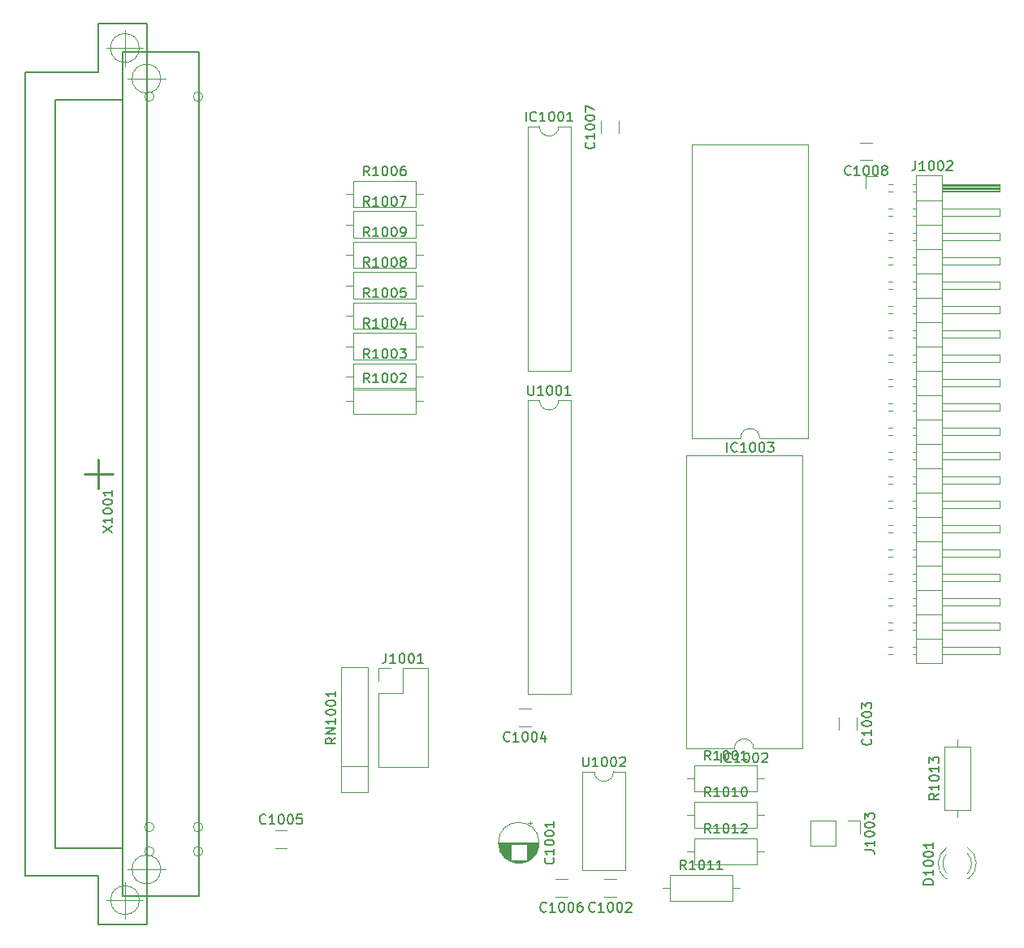
<source format=gbr>
%TF.GenerationSoftware,KiCad,Pcbnew,(5.1.10)-1*%
%TF.CreationDate,2022-02-22T06:58:17+01:00*%
%TF.ProjectId,Gide,47696465-2e6b-4696-9361-645f70636258,rev?*%
%TF.SameCoordinates,Original*%
%TF.FileFunction,Legend,Top*%
%TF.FilePolarity,Positive*%
%FSLAX46Y46*%
G04 Gerber Fmt 4.6, Leading zero omitted, Abs format (unit mm)*
G04 Created by KiCad (PCBNEW (5.1.10)-1) date 2022-02-22 06:58:17*
%MOMM*%
%LPD*%
G01*
G04 APERTURE LIST*
%ADD10C,0.120000*%
%ADD11C,0.250000*%
%ADD12C,0.100000*%
%ADD13C,0.200000*%
%ADD14C,0.150000*%
G04 APERTURE END LIST*
D10*
%TO.C,J1002*%
X180975000Y-80645000D02*
X182245000Y-80645000D01*
X180975000Y-81915000D02*
X180975000Y-80645000D01*
X183287929Y-130555000D02*
X183742071Y-130555000D01*
X183287929Y-129795000D02*
X183742071Y-129795000D01*
X185827929Y-130555000D02*
X186225000Y-130555000D01*
X185827929Y-129795000D02*
X186225000Y-129795000D01*
X194885000Y-130555000D02*
X188885000Y-130555000D01*
X194885000Y-129795000D02*
X194885000Y-130555000D01*
X188885000Y-129795000D02*
X194885000Y-129795000D01*
X186225000Y-128905000D02*
X188885000Y-128905000D01*
X183287929Y-128015000D02*
X183742071Y-128015000D01*
X183287929Y-127255000D02*
X183742071Y-127255000D01*
X185827929Y-128015000D02*
X186225000Y-128015000D01*
X185827929Y-127255000D02*
X186225000Y-127255000D01*
X194885000Y-128015000D02*
X188885000Y-128015000D01*
X194885000Y-127255000D02*
X194885000Y-128015000D01*
X188885000Y-127255000D02*
X194885000Y-127255000D01*
X186225000Y-126365000D02*
X188885000Y-126365000D01*
X183287929Y-125475000D02*
X183742071Y-125475000D01*
X183287929Y-124715000D02*
X183742071Y-124715000D01*
X185827929Y-125475000D02*
X186225000Y-125475000D01*
X185827929Y-124715000D02*
X186225000Y-124715000D01*
X194885000Y-125475000D02*
X188885000Y-125475000D01*
X194885000Y-124715000D02*
X194885000Y-125475000D01*
X188885000Y-124715000D02*
X194885000Y-124715000D01*
X186225000Y-123825000D02*
X188885000Y-123825000D01*
X183287929Y-122935000D02*
X183742071Y-122935000D01*
X183287929Y-122175000D02*
X183742071Y-122175000D01*
X185827929Y-122935000D02*
X186225000Y-122935000D01*
X185827929Y-122175000D02*
X186225000Y-122175000D01*
X194885000Y-122935000D02*
X188885000Y-122935000D01*
X194885000Y-122175000D02*
X194885000Y-122935000D01*
X188885000Y-122175000D02*
X194885000Y-122175000D01*
X186225000Y-121285000D02*
X188885000Y-121285000D01*
X183287929Y-120395000D02*
X183742071Y-120395000D01*
X183287929Y-119635000D02*
X183742071Y-119635000D01*
X185827929Y-120395000D02*
X186225000Y-120395000D01*
X185827929Y-119635000D02*
X186225000Y-119635000D01*
X194885000Y-120395000D02*
X188885000Y-120395000D01*
X194885000Y-119635000D02*
X194885000Y-120395000D01*
X188885000Y-119635000D02*
X194885000Y-119635000D01*
X186225000Y-118745000D02*
X188885000Y-118745000D01*
X183287929Y-117855000D02*
X183742071Y-117855000D01*
X183287929Y-117095000D02*
X183742071Y-117095000D01*
X185827929Y-117855000D02*
X186225000Y-117855000D01*
X185827929Y-117095000D02*
X186225000Y-117095000D01*
X194885000Y-117855000D02*
X188885000Y-117855000D01*
X194885000Y-117095000D02*
X194885000Y-117855000D01*
X188885000Y-117095000D02*
X194885000Y-117095000D01*
X186225000Y-116205000D02*
X188885000Y-116205000D01*
X183287929Y-115315000D02*
X183742071Y-115315000D01*
X183287929Y-114555000D02*
X183742071Y-114555000D01*
X185827929Y-115315000D02*
X186225000Y-115315000D01*
X185827929Y-114555000D02*
X186225000Y-114555000D01*
X194885000Y-115315000D02*
X188885000Y-115315000D01*
X194885000Y-114555000D02*
X194885000Y-115315000D01*
X188885000Y-114555000D02*
X194885000Y-114555000D01*
X186225000Y-113665000D02*
X188885000Y-113665000D01*
X183287929Y-112775000D02*
X183742071Y-112775000D01*
X183287929Y-112015000D02*
X183742071Y-112015000D01*
X185827929Y-112775000D02*
X186225000Y-112775000D01*
X185827929Y-112015000D02*
X186225000Y-112015000D01*
X194885000Y-112775000D02*
X188885000Y-112775000D01*
X194885000Y-112015000D02*
X194885000Y-112775000D01*
X188885000Y-112015000D02*
X194885000Y-112015000D01*
X186225000Y-111125000D02*
X188885000Y-111125000D01*
X183287929Y-110235000D02*
X183742071Y-110235000D01*
X183287929Y-109475000D02*
X183742071Y-109475000D01*
X185827929Y-110235000D02*
X186225000Y-110235000D01*
X185827929Y-109475000D02*
X186225000Y-109475000D01*
X194885000Y-110235000D02*
X188885000Y-110235000D01*
X194885000Y-109475000D02*
X194885000Y-110235000D01*
X188885000Y-109475000D02*
X194885000Y-109475000D01*
X186225000Y-108585000D02*
X188885000Y-108585000D01*
X183287929Y-107695000D02*
X183742071Y-107695000D01*
X183287929Y-106935000D02*
X183742071Y-106935000D01*
X185827929Y-107695000D02*
X186225000Y-107695000D01*
X185827929Y-106935000D02*
X186225000Y-106935000D01*
X194885000Y-107695000D02*
X188885000Y-107695000D01*
X194885000Y-106935000D02*
X194885000Y-107695000D01*
X188885000Y-106935000D02*
X194885000Y-106935000D01*
X186225000Y-106045000D02*
X188885000Y-106045000D01*
X183287929Y-105155000D02*
X183742071Y-105155000D01*
X183287929Y-104395000D02*
X183742071Y-104395000D01*
X185827929Y-105155000D02*
X186225000Y-105155000D01*
X185827929Y-104395000D02*
X186225000Y-104395000D01*
X194885000Y-105155000D02*
X188885000Y-105155000D01*
X194885000Y-104395000D02*
X194885000Y-105155000D01*
X188885000Y-104395000D02*
X194885000Y-104395000D01*
X186225000Y-103505000D02*
X188885000Y-103505000D01*
X183287929Y-102615000D02*
X183742071Y-102615000D01*
X183287929Y-101855000D02*
X183742071Y-101855000D01*
X185827929Y-102615000D02*
X186225000Y-102615000D01*
X185827929Y-101855000D02*
X186225000Y-101855000D01*
X194885000Y-102615000D02*
X188885000Y-102615000D01*
X194885000Y-101855000D02*
X194885000Y-102615000D01*
X188885000Y-101855000D02*
X194885000Y-101855000D01*
X186225000Y-100965000D02*
X188885000Y-100965000D01*
X183287929Y-100075000D02*
X183742071Y-100075000D01*
X183287929Y-99315000D02*
X183742071Y-99315000D01*
X185827929Y-100075000D02*
X186225000Y-100075000D01*
X185827929Y-99315000D02*
X186225000Y-99315000D01*
X194885000Y-100075000D02*
X188885000Y-100075000D01*
X194885000Y-99315000D02*
X194885000Y-100075000D01*
X188885000Y-99315000D02*
X194885000Y-99315000D01*
X186225000Y-98425000D02*
X188885000Y-98425000D01*
X183287929Y-97535000D02*
X183742071Y-97535000D01*
X183287929Y-96775000D02*
X183742071Y-96775000D01*
X185827929Y-97535000D02*
X186225000Y-97535000D01*
X185827929Y-96775000D02*
X186225000Y-96775000D01*
X194885000Y-97535000D02*
X188885000Y-97535000D01*
X194885000Y-96775000D02*
X194885000Y-97535000D01*
X188885000Y-96775000D02*
X194885000Y-96775000D01*
X186225000Y-95885000D02*
X188885000Y-95885000D01*
X183287929Y-94995000D02*
X183742071Y-94995000D01*
X183287929Y-94235000D02*
X183742071Y-94235000D01*
X185827929Y-94995000D02*
X186225000Y-94995000D01*
X185827929Y-94235000D02*
X186225000Y-94235000D01*
X194885000Y-94995000D02*
X188885000Y-94995000D01*
X194885000Y-94235000D02*
X194885000Y-94995000D01*
X188885000Y-94235000D02*
X194885000Y-94235000D01*
X186225000Y-93345000D02*
X188885000Y-93345000D01*
X183287929Y-92455000D02*
X183742071Y-92455000D01*
X183287929Y-91695000D02*
X183742071Y-91695000D01*
X185827929Y-92455000D02*
X186225000Y-92455000D01*
X185827929Y-91695000D02*
X186225000Y-91695000D01*
X194885000Y-92455000D02*
X188885000Y-92455000D01*
X194885000Y-91695000D02*
X194885000Y-92455000D01*
X188885000Y-91695000D02*
X194885000Y-91695000D01*
X186225000Y-90805000D02*
X188885000Y-90805000D01*
X183287929Y-89915000D02*
X183742071Y-89915000D01*
X183287929Y-89155000D02*
X183742071Y-89155000D01*
X185827929Y-89915000D02*
X186225000Y-89915000D01*
X185827929Y-89155000D02*
X186225000Y-89155000D01*
X194885000Y-89915000D02*
X188885000Y-89915000D01*
X194885000Y-89155000D02*
X194885000Y-89915000D01*
X188885000Y-89155000D02*
X194885000Y-89155000D01*
X186225000Y-88265000D02*
X188885000Y-88265000D01*
X183287929Y-87375000D02*
X183742071Y-87375000D01*
X183287929Y-86615000D02*
X183742071Y-86615000D01*
X185827929Y-87375000D02*
X186225000Y-87375000D01*
X185827929Y-86615000D02*
X186225000Y-86615000D01*
X194885000Y-87375000D02*
X188885000Y-87375000D01*
X194885000Y-86615000D02*
X194885000Y-87375000D01*
X188885000Y-86615000D02*
X194885000Y-86615000D01*
X186225000Y-85725000D02*
X188885000Y-85725000D01*
X183287929Y-84835000D02*
X183742071Y-84835000D01*
X183287929Y-84075000D02*
X183742071Y-84075000D01*
X185827929Y-84835000D02*
X186225000Y-84835000D01*
X185827929Y-84075000D02*
X186225000Y-84075000D01*
X194885000Y-84835000D02*
X188885000Y-84835000D01*
X194885000Y-84075000D02*
X194885000Y-84835000D01*
X188885000Y-84075000D02*
X194885000Y-84075000D01*
X186225000Y-83185000D02*
X188885000Y-83185000D01*
X183355000Y-82295000D02*
X183742071Y-82295000D01*
X183355000Y-81535000D02*
X183742071Y-81535000D01*
X185827929Y-82295000D02*
X186225000Y-82295000D01*
X185827929Y-81535000D02*
X186225000Y-81535000D01*
X188885000Y-82195000D02*
X194885000Y-82195000D01*
X188885000Y-82075000D02*
X194885000Y-82075000D01*
X188885000Y-81955000D02*
X194885000Y-81955000D01*
X188885000Y-81835000D02*
X194885000Y-81835000D01*
X188885000Y-81715000D02*
X194885000Y-81715000D01*
X188885000Y-81595000D02*
X194885000Y-81595000D01*
X194885000Y-82295000D02*
X188885000Y-82295000D01*
X194885000Y-81535000D02*
X194885000Y-82295000D01*
X188885000Y-81535000D02*
X194885000Y-81535000D01*
X188885000Y-80585000D02*
X186225000Y-80585000D01*
X188885000Y-131505000D02*
X188885000Y-80585000D01*
X186225000Y-131505000D02*
X188885000Y-131505000D01*
X186225000Y-80585000D02*
X186225000Y-131505000D01*
%TO.C,C1003*%
X179990000Y-137186000D02*
X179990000Y-138444000D01*
X178150000Y-137186000D02*
X178150000Y-138444000D01*
%TO.C,IC1003*%
X167910000Y-108010000D02*
G75*
G02*
X169910000Y-108010000I1000000J0D01*
G01*
X169910000Y-108010000D02*
X174970000Y-108010000D01*
X174970000Y-108010000D02*
X174970000Y-77410000D01*
X174970000Y-77410000D02*
X162850000Y-77410000D01*
X162850000Y-77410000D02*
X162850000Y-108010000D01*
X162850000Y-108010000D02*
X167910000Y-108010000D01*
%TO.C,IC1002*%
X167275000Y-140395000D02*
G75*
G02*
X169275000Y-140395000I1000000J0D01*
G01*
X169275000Y-140395000D02*
X174335000Y-140395000D01*
X174335000Y-140395000D02*
X174335000Y-109795000D01*
X174335000Y-109795000D02*
X162215000Y-109795000D01*
X162215000Y-109795000D02*
X162215000Y-140395000D01*
X162215000Y-140395000D02*
X167275000Y-140395000D01*
%TO.C,C1008*%
X181624000Y-79025000D02*
X180366000Y-79025000D01*
X181624000Y-77185000D02*
X180366000Y-77185000D01*
D11*
%TO.C,X1001*%
X100965000Y-110260000D02*
X100965000Y-113260000D01*
X102465000Y-111760000D02*
X99465000Y-111760000D01*
D12*
X105965000Y-151010000D02*
X105965000Y-155010000D01*
X107965000Y-153010000D02*
X103965000Y-153010000D01*
X107465000Y-153010000D02*
G75*
G03*
X107465000Y-153010000I-1500000J0D01*
G01*
X105965000Y-68510000D02*
X105965000Y-72510000D01*
X107965000Y-70510000D02*
X103965000Y-70510000D01*
X107465000Y-70510000D02*
G75*
G03*
X107465000Y-70510000I-1500000J0D01*
G01*
D13*
X96465000Y-72760000D02*
X103465000Y-72760000D01*
X96465000Y-150760000D02*
X96465000Y-72760000D01*
X103465000Y-150760000D02*
X96465000Y-150760000D01*
X111465000Y-155760000D02*
X103465000Y-155760000D01*
X111465000Y-67760000D02*
X111465000Y-155760000D01*
X103465000Y-67760000D02*
X111465000Y-67760000D01*
X103465000Y-67760000D02*
X103465000Y-155760000D01*
D12*
X111853600Y-151130000D02*
G75*
G03*
X111853600Y-151130000I-500000J0D01*
G01*
X111853600Y-148590000D02*
G75*
G03*
X111853600Y-148590000I-500000J0D01*
G01*
X111853600Y-72390000D02*
G75*
G03*
X111853600Y-72390000I-500000J0D01*
G01*
X106773600Y-151130000D02*
G75*
G03*
X106773600Y-151130000I-500000J0D01*
G01*
X106773600Y-148590000D02*
G75*
G03*
X106773600Y-148590000I-500000J0D01*
G01*
X106773600Y-72390000D02*
G75*
G03*
X106773600Y-72390000I-500000J0D01*
G01*
X105233600Y-156210000D02*
G75*
G03*
X105233600Y-156210000I-1500000J0D01*
G01*
X105638600Y-156210000D02*
X101828600Y-156210000D01*
X103733600Y-154305000D02*
X103733600Y-158115000D01*
X105625900Y-67322700D02*
X101815900Y-67322700D01*
X103720900Y-65417700D02*
X103720900Y-69227700D01*
X105220900Y-67322700D02*
G75*
G03*
X105220900Y-67322700I-1500000J0D01*
G01*
D13*
X106045000Y-64770000D02*
X100965000Y-64770000D01*
X100965000Y-69850000D02*
X93345000Y-69850000D01*
X100965000Y-64770000D02*
X100965000Y-69850000D01*
X100965000Y-158750000D02*
X106045000Y-158750000D01*
X100965000Y-153670000D02*
X100965000Y-158750000D01*
X93345000Y-153670000D02*
X100965000Y-153670000D01*
X93345000Y-69850000D02*
X93345000Y-153670000D01*
X106045000Y-158750000D02*
X106045000Y-64770000D01*
D10*
%TO.C,J1003*%
X180400000Y-147895000D02*
X180400000Y-149225000D01*
X179070000Y-147895000D02*
X180400000Y-147895000D01*
X177800000Y-147895000D02*
X177800000Y-150555000D01*
X177800000Y-150555000D02*
X175200000Y-150555000D01*
X177800000Y-147895000D02*
X175200000Y-147895000D01*
X175200000Y-147895000D02*
X175200000Y-150555000D01*
%TO.C,C1007*%
X155225000Y-76214000D02*
X155225000Y-74956000D01*
X153385000Y-76214000D02*
X153385000Y-74956000D01*
%TO.C,C1006*%
X149874000Y-154020000D02*
X148616000Y-154020000D01*
X149874000Y-155860000D02*
X148616000Y-155860000D01*
%TO.C,C1005*%
X119366000Y-150780000D02*
X120624000Y-150780000D01*
X119366000Y-148940000D02*
X120624000Y-148940000D01*
%TO.C,C1004*%
X146064000Y-136240000D02*
X144806000Y-136240000D01*
X146064000Y-138080000D02*
X144806000Y-138080000D01*
%TO.C,U1002*%
X155920000Y-142815000D02*
X154670000Y-142815000D01*
X155920000Y-153095000D02*
X155920000Y-142815000D01*
X151420000Y-153095000D02*
X155920000Y-153095000D01*
X151420000Y-142815000D02*
X151420000Y-153095000D01*
X152670000Y-142815000D02*
X151420000Y-142815000D01*
X154670000Y-142815000D02*
G75*
G02*
X152670000Y-142815000I-1000000J0D01*
G01*
%TO.C,U1001*%
X150205000Y-104080000D02*
X148955000Y-104080000D01*
X150205000Y-134680000D02*
X150205000Y-104080000D01*
X145705000Y-134680000D02*
X150205000Y-134680000D01*
X145705000Y-104080000D02*
X145705000Y-134680000D01*
X146955000Y-104080000D02*
X145705000Y-104080000D01*
X148955000Y-104080000D02*
G75*
G02*
X146955000Y-104080000I-1000000J0D01*
G01*
%TO.C,RN1001*%
X126235000Y-142240000D02*
X129035000Y-142240000D01*
X126235000Y-131910000D02*
X126235000Y-144950000D01*
X129035000Y-131910000D02*
X126235000Y-131910000D01*
X129035000Y-144950000D02*
X129035000Y-131910000D01*
X126235000Y-144950000D02*
X129035000Y-144950000D01*
%TO.C,R1013*%
X190500000Y-139470000D02*
X190500000Y-140240000D01*
X190500000Y-147550000D02*
X190500000Y-146780000D01*
X189130000Y-140240000D02*
X189130000Y-146780000D01*
X191870000Y-140240000D02*
X189130000Y-140240000D01*
X191870000Y-146780000D02*
X191870000Y-140240000D01*
X189130000Y-146780000D02*
X191870000Y-146780000D01*
%TO.C,R1012*%
X170410000Y-151130000D02*
X169640000Y-151130000D01*
X162330000Y-151130000D02*
X163100000Y-151130000D01*
X169640000Y-149760000D02*
X163100000Y-149760000D01*
X169640000Y-152500000D02*
X169640000Y-149760000D01*
X163100000Y-152500000D02*
X169640000Y-152500000D01*
X163100000Y-149760000D02*
X163100000Y-152500000D01*
%TO.C,R1011*%
X167870000Y-154940000D02*
X167100000Y-154940000D01*
X159790000Y-154940000D02*
X160560000Y-154940000D01*
X167100000Y-153570000D02*
X160560000Y-153570000D01*
X167100000Y-156310000D02*
X167100000Y-153570000D01*
X160560000Y-156310000D02*
X167100000Y-156310000D01*
X160560000Y-153570000D02*
X160560000Y-156310000D01*
%TO.C,R1010*%
X170410000Y-147320000D02*
X169640000Y-147320000D01*
X162330000Y-147320000D02*
X163100000Y-147320000D01*
X169640000Y-145950000D02*
X163100000Y-145950000D01*
X169640000Y-148690000D02*
X169640000Y-145950000D01*
X163100000Y-148690000D02*
X169640000Y-148690000D01*
X163100000Y-145950000D02*
X163100000Y-148690000D01*
%TO.C,R1009*%
X134850000Y-88900000D02*
X134080000Y-88900000D01*
X126770000Y-88900000D02*
X127540000Y-88900000D01*
X134080000Y-87530000D02*
X127540000Y-87530000D01*
X134080000Y-90270000D02*
X134080000Y-87530000D01*
X127540000Y-90270000D02*
X134080000Y-90270000D01*
X127540000Y-87530000D02*
X127540000Y-90270000D01*
%TO.C,R1008*%
X134850000Y-92075000D02*
X134080000Y-92075000D01*
X126770000Y-92075000D02*
X127540000Y-92075000D01*
X134080000Y-90705000D02*
X127540000Y-90705000D01*
X134080000Y-93445000D02*
X134080000Y-90705000D01*
X127540000Y-93445000D02*
X134080000Y-93445000D01*
X127540000Y-90705000D02*
X127540000Y-93445000D01*
%TO.C,R1007*%
X134850000Y-85725000D02*
X134080000Y-85725000D01*
X126770000Y-85725000D02*
X127540000Y-85725000D01*
X134080000Y-84355000D02*
X127540000Y-84355000D01*
X134080000Y-87095000D02*
X134080000Y-84355000D01*
X127540000Y-87095000D02*
X134080000Y-87095000D01*
X127540000Y-84355000D02*
X127540000Y-87095000D01*
%TO.C,R1006*%
X134850000Y-82550000D02*
X134080000Y-82550000D01*
X126770000Y-82550000D02*
X127540000Y-82550000D01*
X134080000Y-81180000D02*
X127540000Y-81180000D01*
X134080000Y-83920000D02*
X134080000Y-81180000D01*
X127540000Y-83920000D02*
X134080000Y-83920000D01*
X127540000Y-81180000D02*
X127540000Y-83920000D01*
%TO.C,R1005*%
X134850000Y-95250000D02*
X134080000Y-95250000D01*
X126770000Y-95250000D02*
X127540000Y-95250000D01*
X134080000Y-93880000D02*
X127540000Y-93880000D01*
X134080000Y-96620000D02*
X134080000Y-93880000D01*
X127540000Y-96620000D02*
X134080000Y-96620000D01*
X127540000Y-93880000D02*
X127540000Y-96620000D01*
%TO.C,R1004*%
X134850000Y-98425000D02*
X134080000Y-98425000D01*
X126770000Y-98425000D02*
X127540000Y-98425000D01*
X134080000Y-97055000D02*
X127540000Y-97055000D01*
X134080000Y-99795000D02*
X134080000Y-97055000D01*
X127540000Y-99795000D02*
X134080000Y-99795000D01*
X127540000Y-97055000D02*
X127540000Y-99795000D01*
%TO.C,R1003*%
X134850000Y-101600000D02*
X134080000Y-101600000D01*
X126770000Y-101600000D02*
X127540000Y-101600000D01*
X134080000Y-100230000D02*
X127540000Y-100230000D01*
X134080000Y-102970000D02*
X134080000Y-100230000D01*
X127540000Y-102970000D02*
X134080000Y-102970000D01*
X127540000Y-100230000D02*
X127540000Y-102970000D01*
%TO.C,R1002*%
X134850000Y-104140000D02*
X134080000Y-104140000D01*
X126770000Y-104140000D02*
X127540000Y-104140000D01*
X134080000Y-102770000D02*
X127540000Y-102770000D01*
X134080000Y-105510000D02*
X134080000Y-102770000D01*
X127540000Y-105510000D02*
X134080000Y-105510000D01*
X127540000Y-102770000D02*
X127540000Y-105510000D01*
%TO.C,R1001*%
X170410000Y-143510000D02*
X169640000Y-143510000D01*
X162330000Y-143510000D02*
X163100000Y-143510000D01*
X169640000Y-142140000D02*
X163100000Y-142140000D01*
X169640000Y-144880000D02*
X169640000Y-142140000D01*
X163100000Y-144880000D02*
X169640000Y-144880000D01*
X163100000Y-142140000D02*
X163100000Y-144880000D01*
%TO.C,J1001*%
X130115000Y-132020000D02*
X131445000Y-132020000D01*
X130115000Y-133350000D02*
X130115000Y-132020000D01*
X132715000Y-132020000D02*
X135315000Y-132020000D01*
X132715000Y-134620000D02*
X132715000Y-132020000D01*
X130115000Y-134620000D02*
X132715000Y-134620000D01*
X135315000Y-132020000D02*
X135315000Y-142300000D01*
X130115000Y-134620000D02*
X130115000Y-142300000D01*
X130115000Y-142300000D02*
X135315000Y-142300000D01*
%TO.C,IC1001*%
X150205000Y-75505000D02*
X148955000Y-75505000D01*
X150205000Y-101025000D02*
X150205000Y-75505000D01*
X145705000Y-101025000D02*
X150205000Y-101025000D01*
X145705000Y-75505000D02*
X145705000Y-101025000D01*
X146955000Y-75505000D02*
X145705000Y-75505000D01*
X148955000Y-75505000D02*
G75*
G02*
X146955000Y-75505000I-1000000J0D01*
G01*
%TO.C,D1001*%
X191580000Y-153960000D02*
X191736000Y-153960000D01*
X189264000Y-153960000D02*
X189420000Y-153960000D01*
X191579837Y-151358870D02*
G75*
G02*
X191580000Y-153440961I-1079837J-1041130D01*
G01*
X189420163Y-151358870D02*
G75*
G03*
X189420000Y-153440961I1079837J-1041130D01*
G01*
X191578608Y-150727665D02*
G75*
G02*
X191735516Y-153960000I-1078608J-1672335D01*
G01*
X189421392Y-150727665D02*
G75*
G03*
X189264484Y-153960000I1078608J-1672335D01*
G01*
%TO.C,C1002*%
X154954000Y-154020000D02*
X153696000Y-154020000D01*
X154954000Y-155860000D02*
X153696000Y-155860000D01*
%TO.C,C1001*%
X146175000Y-148155199D02*
X145775000Y-148155199D01*
X145975000Y-147955199D02*
X145975000Y-148355199D01*
X145150000Y-152306000D02*
X144410000Y-152306000D01*
X145317000Y-152266000D02*
X144243000Y-152266000D01*
X145444000Y-152226000D02*
X144116000Y-152226000D01*
X145548000Y-152186000D02*
X144012000Y-152186000D01*
X145639000Y-152146000D02*
X143921000Y-152146000D01*
X145720000Y-152106000D02*
X143840000Y-152106000D01*
X145793000Y-152066000D02*
X143767000Y-152066000D01*
X143940000Y-152026000D02*
X143700000Y-152026000D01*
X145860000Y-152026000D02*
X145620000Y-152026000D01*
X143940000Y-151986000D02*
X143638000Y-151986000D01*
X145922000Y-151986000D02*
X145620000Y-151986000D01*
X143940000Y-151946000D02*
X143580000Y-151946000D01*
X145980000Y-151946000D02*
X145620000Y-151946000D01*
X143940000Y-151906000D02*
X143526000Y-151906000D01*
X146034000Y-151906000D02*
X145620000Y-151906000D01*
X143940000Y-151866000D02*
X143476000Y-151866000D01*
X146084000Y-151866000D02*
X145620000Y-151866000D01*
X143940000Y-151826000D02*
X143429000Y-151826000D01*
X146131000Y-151826000D02*
X145620000Y-151826000D01*
X143940000Y-151786000D02*
X143384000Y-151786000D01*
X146176000Y-151786000D02*
X145620000Y-151786000D01*
X143940000Y-151746000D02*
X143342000Y-151746000D01*
X146218000Y-151746000D02*
X145620000Y-151746000D01*
X143940000Y-151706000D02*
X143302000Y-151706000D01*
X146258000Y-151706000D02*
X145620000Y-151706000D01*
X143940000Y-151666000D02*
X143264000Y-151666000D01*
X146296000Y-151666000D02*
X145620000Y-151666000D01*
X143940000Y-151626000D02*
X143228000Y-151626000D01*
X146332000Y-151626000D02*
X145620000Y-151626000D01*
X143940000Y-151586000D02*
X143193000Y-151586000D01*
X146367000Y-151586000D02*
X145620000Y-151586000D01*
X143940000Y-151546000D02*
X143161000Y-151546000D01*
X146399000Y-151546000D02*
X145620000Y-151546000D01*
X143940000Y-151506000D02*
X143130000Y-151506000D01*
X146430000Y-151506000D02*
X145620000Y-151506000D01*
X143940000Y-151466000D02*
X143100000Y-151466000D01*
X146460000Y-151466000D02*
X145620000Y-151466000D01*
X143940000Y-151426000D02*
X143072000Y-151426000D01*
X146488000Y-151426000D02*
X145620000Y-151426000D01*
X143940000Y-151386000D02*
X143045000Y-151386000D01*
X146515000Y-151386000D02*
X145620000Y-151386000D01*
X143940000Y-151346000D02*
X143020000Y-151346000D01*
X146540000Y-151346000D02*
X145620000Y-151346000D01*
X143940000Y-151306000D02*
X142995000Y-151306000D01*
X146565000Y-151306000D02*
X145620000Y-151306000D01*
X143940000Y-151266000D02*
X142972000Y-151266000D01*
X146588000Y-151266000D02*
X145620000Y-151266000D01*
X143940000Y-151226000D02*
X142950000Y-151226000D01*
X146610000Y-151226000D02*
X145620000Y-151226000D01*
X143940000Y-151186000D02*
X142929000Y-151186000D01*
X146631000Y-151186000D02*
X145620000Y-151186000D01*
X143940000Y-151146000D02*
X142910000Y-151146000D01*
X146650000Y-151146000D02*
X145620000Y-151146000D01*
X143940000Y-151106000D02*
X142891000Y-151106000D01*
X146669000Y-151106000D02*
X145620000Y-151106000D01*
X143940000Y-151066000D02*
X142873000Y-151066000D01*
X146687000Y-151066000D02*
X145620000Y-151066000D01*
X143940000Y-151026000D02*
X142856000Y-151026000D01*
X146704000Y-151026000D02*
X145620000Y-151026000D01*
X143940000Y-150986000D02*
X142840000Y-150986000D01*
X146720000Y-150986000D02*
X145620000Y-150986000D01*
X143940000Y-150946000D02*
X142826000Y-150946000D01*
X146734000Y-150946000D02*
X145620000Y-150946000D01*
X143940000Y-150905000D02*
X142812000Y-150905000D01*
X146748000Y-150905000D02*
X145620000Y-150905000D01*
X143940000Y-150865000D02*
X142798000Y-150865000D01*
X146762000Y-150865000D02*
X145620000Y-150865000D01*
X143940000Y-150825000D02*
X142786000Y-150825000D01*
X146774000Y-150825000D02*
X145620000Y-150825000D01*
X143940000Y-150785000D02*
X142775000Y-150785000D01*
X146785000Y-150785000D02*
X145620000Y-150785000D01*
X143940000Y-150745000D02*
X142764000Y-150745000D01*
X146796000Y-150745000D02*
X145620000Y-150745000D01*
X143940000Y-150705000D02*
X142755000Y-150705000D01*
X146805000Y-150705000D02*
X145620000Y-150705000D01*
X143940000Y-150665000D02*
X142746000Y-150665000D01*
X146814000Y-150665000D02*
X145620000Y-150665000D01*
X143940000Y-150625000D02*
X142738000Y-150625000D01*
X146822000Y-150625000D02*
X145620000Y-150625000D01*
X143940000Y-150585000D02*
X142730000Y-150585000D01*
X146830000Y-150585000D02*
X145620000Y-150585000D01*
X143940000Y-150545000D02*
X142724000Y-150545000D01*
X146836000Y-150545000D02*
X145620000Y-150545000D01*
X143940000Y-150505000D02*
X142718000Y-150505000D01*
X146842000Y-150505000D02*
X145620000Y-150505000D01*
X143940000Y-150465000D02*
X142713000Y-150465000D01*
X146847000Y-150465000D02*
X145620000Y-150465000D01*
X143940000Y-150425000D02*
X142709000Y-150425000D01*
X146851000Y-150425000D02*
X145620000Y-150425000D01*
X146854000Y-150385000D02*
X142706000Y-150385000D01*
X146857000Y-150345000D02*
X142703000Y-150345000D01*
X146859000Y-150305000D02*
X142701000Y-150305000D01*
X146860000Y-150265000D02*
X142700000Y-150265000D01*
X146860000Y-150225000D02*
X142700000Y-150225000D01*
X146900000Y-150225000D02*
G75*
G03*
X146900000Y-150225000I-2120000J0D01*
G01*
%TO.C,J1002*%
D14*
X186138095Y-79097380D02*
X186138095Y-79811666D01*
X186090476Y-79954523D01*
X185995238Y-80049761D01*
X185852380Y-80097380D01*
X185757142Y-80097380D01*
X187138095Y-80097380D02*
X186566666Y-80097380D01*
X186852380Y-80097380D02*
X186852380Y-79097380D01*
X186757142Y-79240238D01*
X186661904Y-79335476D01*
X186566666Y-79383095D01*
X187757142Y-79097380D02*
X187852380Y-79097380D01*
X187947619Y-79145000D01*
X187995238Y-79192619D01*
X188042857Y-79287857D01*
X188090476Y-79478333D01*
X188090476Y-79716428D01*
X188042857Y-79906904D01*
X187995238Y-80002142D01*
X187947619Y-80049761D01*
X187852380Y-80097380D01*
X187757142Y-80097380D01*
X187661904Y-80049761D01*
X187614285Y-80002142D01*
X187566666Y-79906904D01*
X187519047Y-79716428D01*
X187519047Y-79478333D01*
X187566666Y-79287857D01*
X187614285Y-79192619D01*
X187661904Y-79145000D01*
X187757142Y-79097380D01*
X188709523Y-79097380D02*
X188804761Y-79097380D01*
X188900000Y-79145000D01*
X188947619Y-79192619D01*
X188995238Y-79287857D01*
X189042857Y-79478333D01*
X189042857Y-79716428D01*
X188995238Y-79906904D01*
X188947619Y-80002142D01*
X188900000Y-80049761D01*
X188804761Y-80097380D01*
X188709523Y-80097380D01*
X188614285Y-80049761D01*
X188566666Y-80002142D01*
X188519047Y-79906904D01*
X188471428Y-79716428D01*
X188471428Y-79478333D01*
X188519047Y-79287857D01*
X188566666Y-79192619D01*
X188614285Y-79145000D01*
X188709523Y-79097380D01*
X189423809Y-79192619D02*
X189471428Y-79145000D01*
X189566666Y-79097380D01*
X189804761Y-79097380D01*
X189900000Y-79145000D01*
X189947619Y-79192619D01*
X189995238Y-79287857D01*
X189995238Y-79383095D01*
X189947619Y-79525952D01*
X189376190Y-80097380D01*
X189995238Y-80097380D01*
%TO.C,C1003*%
X181477142Y-139410238D02*
X181524761Y-139457857D01*
X181572380Y-139600714D01*
X181572380Y-139695952D01*
X181524761Y-139838809D01*
X181429523Y-139934047D01*
X181334285Y-139981666D01*
X181143809Y-140029285D01*
X181000952Y-140029285D01*
X180810476Y-139981666D01*
X180715238Y-139934047D01*
X180620000Y-139838809D01*
X180572380Y-139695952D01*
X180572380Y-139600714D01*
X180620000Y-139457857D01*
X180667619Y-139410238D01*
X181572380Y-138457857D02*
X181572380Y-139029285D01*
X181572380Y-138743571D02*
X180572380Y-138743571D01*
X180715238Y-138838809D01*
X180810476Y-138934047D01*
X180858095Y-139029285D01*
X180572380Y-137838809D02*
X180572380Y-137743571D01*
X180620000Y-137648333D01*
X180667619Y-137600714D01*
X180762857Y-137553095D01*
X180953333Y-137505476D01*
X181191428Y-137505476D01*
X181381904Y-137553095D01*
X181477142Y-137600714D01*
X181524761Y-137648333D01*
X181572380Y-137743571D01*
X181572380Y-137838809D01*
X181524761Y-137934047D01*
X181477142Y-137981666D01*
X181381904Y-138029285D01*
X181191428Y-138076904D01*
X180953333Y-138076904D01*
X180762857Y-138029285D01*
X180667619Y-137981666D01*
X180620000Y-137934047D01*
X180572380Y-137838809D01*
X180572380Y-136886428D02*
X180572380Y-136791190D01*
X180620000Y-136695952D01*
X180667619Y-136648333D01*
X180762857Y-136600714D01*
X180953333Y-136553095D01*
X181191428Y-136553095D01*
X181381904Y-136600714D01*
X181477142Y-136648333D01*
X181524761Y-136695952D01*
X181572380Y-136791190D01*
X181572380Y-136886428D01*
X181524761Y-136981666D01*
X181477142Y-137029285D01*
X181381904Y-137076904D01*
X181191428Y-137124523D01*
X180953333Y-137124523D01*
X180762857Y-137076904D01*
X180667619Y-137029285D01*
X180620000Y-136981666D01*
X180572380Y-136886428D01*
X180572380Y-136219761D02*
X180572380Y-135600714D01*
X180953333Y-135934047D01*
X180953333Y-135791190D01*
X181000952Y-135695952D01*
X181048571Y-135648333D01*
X181143809Y-135600714D01*
X181381904Y-135600714D01*
X181477142Y-135648333D01*
X181524761Y-135695952D01*
X181572380Y-135791190D01*
X181572380Y-136076904D01*
X181524761Y-136172142D01*
X181477142Y-136219761D01*
%TO.C,IC1003*%
X166505238Y-109462380D02*
X166505238Y-108462380D01*
X167552857Y-109367142D02*
X167505238Y-109414761D01*
X167362380Y-109462380D01*
X167267142Y-109462380D01*
X167124285Y-109414761D01*
X167029047Y-109319523D01*
X166981428Y-109224285D01*
X166933809Y-109033809D01*
X166933809Y-108890952D01*
X166981428Y-108700476D01*
X167029047Y-108605238D01*
X167124285Y-108510000D01*
X167267142Y-108462380D01*
X167362380Y-108462380D01*
X167505238Y-108510000D01*
X167552857Y-108557619D01*
X168505238Y-109462380D02*
X167933809Y-109462380D01*
X168219523Y-109462380D02*
X168219523Y-108462380D01*
X168124285Y-108605238D01*
X168029047Y-108700476D01*
X167933809Y-108748095D01*
X169124285Y-108462380D02*
X169219523Y-108462380D01*
X169314761Y-108510000D01*
X169362380Y-108557619D01*
X169410000Y-108652857D01*
X169457619Y-108843333D01*
X169457619Y-109081428D01*
X169410000Y-109271904D01*
X169362380Y-109367142D01*
X169314761Y-109414761D01*
X169219523Y-109462380D01*
X169124285Y-109462380D01*
X169029047Y-109414761D01*
X168981428Y-109367142D01*
X168933809Y-109271904D01*
X168886190Y-109081428D01*
X168886190Y-108843333D01*
X168933809Y-108652857D01*
X168981428Y-108557619D01*
X169029047Y-108510000D01*
X169124285Y-108462380D01*
X170076666Y-108462380D02*
X170171904Y-108462380D01*
X170267142Y-108510000D01*
X170314761Y-108557619D01*
X170362380Y-108652857D01*
X170410000Y-108843333D01*
X170410000Y-109081428D01*
X170362380Y-109271904D01*
X170314761Y-109367142D01*
X170267142Y-109414761D01*
X170171904Y-109462380D01*
X170076666Y-109462380D01*
X169981428Y-109414761D01*
X169933809Y-109367142D01*
X169886190Y-109271904D01*
X169838571Y-109081428D01*
X169838571Y-108843333D01*
X169886190Y-108652857D01*
X169933809Y-108557619D01*
X169981428Y-108510000D01*
X170076666Y-108462380D01*
X170743333Y-108462380D02*
X171362380Y-108462380D01*
X171029047Y-108843333D01*
X171171904Y-108843333D01*
X171267142Y-108890952D01*
X171314761Y-108938571D01*
X171362380Y-109033809D01*
X171362380Y-109271904D01*
X171314761Y-109367142D01*
X171267142Y-109414761D01*
X171171904Y-109462380D01*
X170886190Y-109462380D01*
X170790952Y-109414761D01*
X170743333Y-109367142D01*
%TO.C,IC1002*%
X165870238Y-141847380D02*
X165870238Y-140847380D01*
X166917857Y-141752142D02*
X166870238Y-141799761D01*
X166727380Y-141847380D01*
X166632142Y-141847380D01*
X166489285Y-141799761D01*
X166394047Y-141704523D01*
X166346428Y-141609285D01*
X166298809Y-141418809D01*
X166298809Y-141275952D01*
X166346428Y-141085476D01*
X166394047Y-140990238D01*
X166489285Y-140895000D01*
X166632142Y-140847380D01*
X166727380Y-140847380D01*
X166870238Y-140895000D01*
X166917857Y-140942619D01*
X167870238Y-141847380D02*
X167298809Y-141847380D01*
X167584523Y-141847380D02*
X167584523Y-140847380D01*
X167489285Y-140990238D01*
X167394047Y-141085476D01*
X167298809Y-141133095D01*
X168489285Y-140847380D02*
X168584523Y-140847380D01*
X168679761Y-140895000D01*
X168727380Y-140942619D01*
X168775000Y-141037857D01*
X168822619Y-141228333D01*
X168822619Y-141466428D01*
X168775000Y-141656904D01*
X168727380Y-141752142D01*
X168679761Y-141799761D01*
X168584523Y-141847380D01*
X168489285Y-141847380D01*
X168394047Y-141799761D01*
X168346428Y-141752142D01*
X168298809Y-141656904D01*
X168251190Y-141466428D01*
X168251190Y-141228333D01*
X168298809Y-141037857D01*
X168346428Y-140942619D01*
X168394047Y-140895000D01*
X168489285Y-140847380D01*
X169441666Y-140847380D02*
X169536904Y-140847380D01*
X169632142Y-140895000D01*
X169679761Y-140942619D01*
X169727380Y-141037857D01*
X169775000Y-141228333D01*
X169775000Y-141466428D01*
X169727380Y-141656904D01*
X169679761Y-141752142D01*
X169632142Y-141799761D01*
X169536904Y-141847380D01*
X169441666Y-141847380D01*
X169346428Y-141799761D01*
X169298809Y-141752142D01*
X169251190Y-141656904D01*
X169203571Y-141466428D01*
X169203571Y-141228333D01*
X169251190Y-141037857D01*
X169298809Y-140942619D01*
X169346428Y-140895000D01*
X169441666Y-140847380D01*
X170155952Y-140942619D02*
X170203571Y-140895000D01*
X170298809Y-140847380D01*
X170536904Y-140847380D01*
X170632142Y-140895000D01*
X170679761Y-140942619D01*
X170727380Y-141037857D01*
X170727380Y-141133095D01*
X170679761Y-141275952D01*
X170108333Y-141847380D01*
X170727380Y-141847380D01*
%TO.C,C1008*%
X179399761Y-80512142D02*
X179352142Y-80559761D01*
X179209285Y-80607380D01*
X179114047Y-80607380D01*
X178971190Y-80559761D01*
X178875952Y-80464523D01*
X178828333Y-80369285D01*
X178780714Y-80178809D01*
X178780714Y-80035952D01*
X178828333Y-79845476D01*
X178875952Y-79750238D01*
X178971190Y-79655000D01*
X179114047Y-79607380D01*
X179209285Y-79607380D01*
X179352142Y-79655000D01*
X179399761Y-79702619D01*
X180352142Y-80607380D02*
X179780714Y-80607380D01*
X180066428Y-80607380D02*
X180066428Y-79607380D01*
X179971190Y-79750238D01*
X179875952Y-79845476D01*
X179780714Y-79893095D01*
X180971190Y-79607380D02*
X181066428Y-79607380D01*
X181161666Y-79655000D01*
X181209285Y-79702619D01*
X181256904Y-79797857D01*
X181304523Y-79988333D01*
X181304523Y-80226428D01*
X181256904Y-80416904D01*
X181209285Y-80512142D01*
X181161666Y-80559761D01*
X181066428Y-80607380D01*
X180971190Y-80607380D01*
X180875952Y-80559761D01*
X180828333Y-80512142D01*
X180780714Y-80416904D01*
X180733095Y-80226428D01*
X180733095Y-79988333D01*
X180780714Y-79797857D01*
X180828333Y-79702619D01*
X180875952Y-79655000D01*
X180971190Y-79607380D01*
X181923571Y-79607380D02*
X182018809Y-79607380D01*
X182114047Y-79655000D01*
X182161666Y-79702619D01*
X182209285Y-79797857D01*
X182256904Y-79988333D01*
X182256904Y-80226428D01*
X182209285Y-80416904D01*
X182161666Y-80512142D01*
X182114047Y-80559761D01*
X182018809Y-80607380D01*
X181923571Y-80607380D01*
X181828333Y-80559761D01*
X181780714Y-80512142D01*
X181733095Y-80416904D01*
X181685476Y-80226428D01*
X181685476Y-79988333D01*
X181733095Y-79797857D01*
X181780714Y-79702619D01*
X181828333Y-79655000D01*
X181923571Y-79607380D01*
X182828333Y-80035952D02*
X182733095Y-79988333D01*
X182685476Y-79940714D01*
X182637857Y-79845476D01*
X182637857Y-79797857D01*
X182685476Y-79702619D01*
X182733095Y-79655000D01*
X182828333Y-79607380D01*
X183018809Y-79607380D01*
X183114047Y-79655000D01*
X183161666Y-79702619D01*
X183209285Y-79797857D01*
X183209285Y-79845476D01*
X183161666Y-79940714D01*
X183114047Y-79988333D01*
X183018809Y-80035952D01*
X182828333Y-80035952D01*
X182733095Y-80083571D01*
X182685476Y-80131190D01*
X182637857Y-80226428D01*
X182637857Y-80416904D01*
X182685476Y-80512142D01*
X182733095Y-80559761D01*
X182828333Y-80607380D01*
X183018809Y-80607380D01*
X183114047Y-80559761D01*
X183161666Y-80512142D01*
X183209285Y-80416904D01*
X183209285Y-80226428D01*
X183161666Y-80131190D01*
X183114047Y-80083571D01*
X183018809Y-80035952D01*
%TO.C,X1001*%
X101417380Y-117876547D02*
X102417380Y-117209880D01*
X101417380Y-117209880D02*
X102417380Y-117876547D01*
X102417380Y-116305119D02*
X102417380Y-116876547D01*
X102417380Y-116590833D02*
X101417380Y-116590833D01*
X101560238Y-116686071D01*
X101655476Y-116781309D01*
X101703095Y-116876547D01*
X101417380Y-115686071D02*
X101417380Y-115590833D01*
X101465000Y-115495595D01*
X101512619Y-115447976D01*
X101607857Y-115400357D01*
X101798333Y-115352738D01*
X102036428Y-115352738D01*
X102226904Y-115400357D01*
X102322142Y-115447976D01*
X102369761Y-115495595D01*
X102417380Y-115590833D01*
X102417380Y-115686071D01*
X102369761Y-115781309D01*
X102322142Y-115828928D01*
X102226904Y-115876547D01*
X102036428Y-115924166D01*
X101798333Y-115924166D01*
X101607857Y-115876547D01*
X101512619Y-115828928D01*
X101465000Y-115781309D01*
X101417380Y-115686071D01*
X101417380Y-114733690D02*
X101417380Y-114638452D01*
X101465000Y-114543214D01*
X101512619Y-114495595D01*
X101607857Y-114447976D01*
X101798333Y-114400357D01*
X102036428Y-114400357D01*
X102226904Y-114447976D01*
X102322142Y-114495595D01*
X102369761Y-114543214D01*
X102417380Y-114638452D01*
X102417380Y-114733690D01*
X102369761Y-114828928D01*
X102322142Y-114876547D01*
X102226904Y-114924166D01*
X102036428Y-114971785D01*
X101798333Y-114971785D01*
X101607857Y-114924166D01*
X101512619Y-114876547D01*
X101465000Y-114828928D01*
X101417380Y-114733690D01*
X102417380Y-113447976D02*
X102417380Y-114019404D01*
X102417380Y-113733690D02*
X101417380Y-113733690D01*
X101560238Y-113828928D01*
X101655476Y-113924166D01*
X101703095Y-114019404D01*
%TO.C,J1003*%
X180852380Y-150986904D02*
X181566666Y-150986904D01*
X181709523Y-151034523D01*
X181804761Y-151129761D01*
X181852380Y-151272619D01*
X181852380Y-151367857D01*
X181852380Y-149986904D02*
X181852380Y-150558333D01*
X181852380Y-150272619D02*
X180852380Y-150272619D01*
X180995238Y-150367857D01*
X181090476Y-150463095D01*
X181138095Y-150558333D01*
X180852380Y-149367857D02*
X180852380Y-149272619D01*
X180900000Y-149177380D01*
X180947619Y-149129761D01*
X181042857Y-149082142D01*
X181233333Y-149034523D01*
X181471428Y-149034523D01*
X181661904Y-149082142D01*
X181757142Y-149129761D01*
X181804761Y-149177380D01*
X181852380Y-149272619D01*
X181852380Y-149367857D01*
X181804761Y-149463095D01*
X181757142Y-149510714D01*
X181661904Y-149558333D01*
X181471428Y-149605952D01*
X181233333Y-149605952D01*
X181042857Y-149558333D01*
X180947619Y-149510714D01*
X180900000Y-149463095D01*
X180852380Y-149367857D01*
X180852380Y-148415476D02*
X180852380Y-148320238D01*
X180900000Y-148225000D01*
X180947619Y-148177380D01*
X181042857Y-148129761D01*
X181233333Y-148082142D01*
X181471428Y-148082142D01*
X181661904Y-148129761D01*
X181757142Y-148177380D01*
X181804761Y-148225000D01*
X181852380Y-148320238D01*
X181852380Y-148415476D01*
X181804761Y-148510714D01*
X181757142Y-148558333D01*
X181661904Y-148605952D01*
X181471428Y-148653571D01*
X181233333Y-148653571D01*
X181042857Y-148605952D01*
X180947619Y-148558333D01*
X180900000Y-148510714D01*
X180852380Y-148415476D01*
X180852380Y-147748809D02*
X180852380Y-147129761D01*
X181233333Y-147463095D01*
X181233333Y-147320238D01*
X181280952Y-147225000D01*
X181328571Y-147177380D01*
X181423809Y-147129761D01*
X181661904Y-147129761D01*
X181757142Y-147177380D01*
X181804761Y-147225000D01*
X181852380Y-147320238D01*
X181852380Y-147605952D01*
X181804761Y-147701190D01*
X181757142Y-147748809D01*
%TO.C,C1007*%
X152612142Y-77180238D02*
X152659761Y-77227857D01*
X152707380Y-77370714D01*
X152707380Y-77465952D01*
X152659761Y-77608809D01*
X152564523Y-77704047D01*
X152469285Y-77751666D01*
X152278809Y-77799285D01*
X152135952Y-77799285D01*
X151945476Y-77751666D01*
X151850238Y-77704047D01*
X151755000Y-77608809D01*
X151707380Y-77465952D01*
X151707380Y-77370714D01*
X151755000Y-77227857D01*
X151802619Y-77180238D01*
X152707380Y-76227857D02*
X152707380Y-76799285D01*
X152707380Y-76513571D02*
X151707380Y-76513571D01*
X151850238Y-76608809D01*
X151945476Y-76704047D01*
X151993095Y-76799285D01*
X151707380Y-75608809D02*
X151707380Y-75513571D01*
X151755000Y-75418333D01*
X151802619Y-75370714D01*
X151897857Y-75323095D01*
X152088333Y-75275476D01*
X152326428Y-75275476D01*
X152516904Y-75323095D01*
X152612142Y-75370714D01*
X152659761Y-75418333D01*
X152707380Y-75513571D01*
X152707380Y-75608809D01*
X152659761Y-75704047D01*
X152612142Y-75751666D01*
X152516904Y-75799285D01*
X152326428Y-75846904D01*
X152088333Y-75846904D01*
X151897857Y-75799285D01*
X151802619Y-75751666D01*
X151755000Y-75704047D01*
X151707380Y-75608809D01*
X151707380Y-74656428D02*
X151707380Y-74561190D01*
X151755000Y-74465952D01*
X151802619Y-74418333D01*
X151897857Y-74370714D01*
X152088333Y-74323095D01*
X152326428Y-74323095D01*
X152516904Y-74370714D01*
X152612142Y-74418333D01*
X152659761Y-74465952D01*
X152707380Y-74561190D01*
X152707380Y-74656428D01*
X152659761Y-74751666D01*
X152612142Y-74799285D01*
X152516904Y-74846904D01*
X152326428Y-74894523D01*
X152088333Y-74894523D01*
X151897857Y-74846904D01*
X151802619Y-74799285D01*
X151755000Y-74751666D01*
X151707380Y-74656428D01*
X151707380Y-73989761D02*
X151707380Y-73323095D01*
X152707380Y-73751666D01*
%TO.C,C1006*%
X147649761Y-157347142D02*
X147602142Y-157394761D01*
X147459285Y-157442380D01*
X147364047Y-157442380D01*
X147221190Y-157394761D01*
X147125952Y-157299523D01*
X147078333Y-157204285D01*
X147030714Y-157013809D01*
X147030714Y-156870952D01*
X147078333Y-156680476D01*
X147125952Y-156585238D01*
X147221190Y-156490000D01*
X147364047Y-156442380D01*
X147459285Y-156442380D01*
X147602142Y-156490000D01*
X147649761Y-156537619D01*
X148602142Y-157442380D02*
X148030714Y-157442380D01*
X148316428Y-157442380D02*
X148316428Y-156442380D01*
X148221190Y-156585238D01*
X148125952Y-156680476D01*
X148030714Y-156728095D01*
X149221190Y-156442380D02*
X149316428Y-156442380D01*
X149411666Y-156490000D01*
X149459285Y-156537619D01*
X149506904Y-156632857D01*
X149554523Y-156823333D01*
X149554523Y-157061428D01*
X149506904Y-157251904D01*
X149459285Y-157347142D01*
X149411666Y-157394761D01*
X149316428Y-157442380D01*
X149221190Y-157442380D01*
X149125952Y-157394761D01*
X149078333Y-157347142D01*
X149030714Y-157251904D01*
X148983095Y-157061428D01*
X148983095Y-156823333D01*
X149030714Y-156632857D01*
X149078333Y-156537619D01*
X149125952Y-156490000D01*
X149221190Y-156442380D01*
X150173571Y-156442380D02*
X150268809Y-156442380D01*
X150364047Y-156490000D01*
X150411666Y-156537619D01*
X150459285Y-156632857D01*
X150506904Y-156823333D01*
X150506904Y-157061428D01*
X150459285Y-157251904D01*
X150411666Y-157347142D01*
X150364047Y-157394761D01*
X150268809Y-157442380D01*
X150173571Y-157442380D01*
X150078333Y-157394761D01*
X150030714Y-157347142D01*
X149983095Y-157251904D01*
X149935476Y-157061428D01*
X149935476Y-156823333D01*
X149983095Y-156632857D01*
X150030714Y-156537619D01*
X150078333Y-156490000D01*
X150173571Y-156442380D01*
X151364047Y-156442380D02*
X151173571Y-156442380D01*
X151078333Y-156490000D01*
X151030714Y-156537619D01*
X150935476Y-156680476D01*
X150887857Y-156870952D01*
X150887857Y-157251904D01*
X150935476Y-157347142D01*
X150983095Y-157394761D01*
X151078333Y-157442380D01*
X151268809Y-157442380D01*
X151364047Y-157394761D01*
X151411666Y-157347142D01*
X151459285Y-157251904D01*
X151459285Y-157013809D01*
X151411666Y-156918571D01*
X151364047Y-156870952D01*
X151268809Y-156823333D01*
X151078333Y-156823333D01*
X150983095Y-156870952D01*
X150935476Y-156918571D01*
X150887857Y-157013809D01*
%TO.C,C1005*%
X118399761Y-148167142D02*
X118352142Y-148214761D01*
X118209285Y-148262380D01*
X118114047Y-148262380D01*
X117971190Y-148214761D01*
X117875952Y-148119523D01*
X117828333Y-148024285D01*
X117780714Y-147833809D01*
X117780714Y-147690952D01*
X117828333Y-147500476D01*
X117875952Y-147405238D01*
X117971190Y-147310000D01*
X118114047Y-147262380D01*
X118209285Y-147262380D01*
X118352142Y-147310000D01*
X118399761Y-147357619D01*
X119352142Y-148262380D02*
X118780714Y-148262380D01*
X119066428Y-148262380D02*
X119066428Y-147262380D01*
X118971190Y-147405238D01*
X118875952Y-147500476D01*
X118780714Y-147548095D01*
X119971190Y-147262380D02*
X120066428Y-147262380D01*
X120161666Y-147310000D01*
X120209285Y-147357619D01*
X120256904Y-147452857D01*
X120304523Y-147643333D01*
X120304523Y-147881428D01*
X120256904Y-148071904D01*
X120209285Y-148167142D01*
X120161666Y-148214761D01*
X120066428Y-148262380D01*
X119971190Y-148262380D01*
X119875952Y-148214761D01*
X119828333Y-148167142D01*
X119780714Y-148071904D01*
X119733095Y-147881428D01*
X119733095Y-147643333D01*
X119780714Y-147452857D01*
X119828333Y-147357619D01*
X119875952Y-147310000D01*
X119971190Y-147262380D01*
X120923571Y-147262380D02*
X121018809Y-147262380D01*
X121114047Y-147310000D01*
X121161666Y-147357619D01*
X121209285Y-147452857D01*
X121256904Y-147643333D01*
X121256904Y-147881428D01*
X121209285Y-148071904D01*
X121161666Y-148167142D01*
X121114047Y-148214761D01*
X121018809Y-148262380D01*
X120923571Y-148262380D01*
X120828333Y-148214761D01*
X120780714Y-148167142D01*
X120733095Y-148071904D01*
X120685476Y-147881428D01*
X120685476Y-147643333D01*
X120733095Y-147452857D01*
X120780714Y-147357619D01*
X120828333Y-147310000D01*
X120923571Y-147262380D01*
X122161666Y-147262380D02*
X121685476Y-147262380D01*
X121637857Y-147738571D01*
X121685476Y-147690952D01*
X121780714Y-147643333D01*
X122018809Y-147643333D01*
X122114047Y-147690952D01*
X122161666Y-147738571D01*
X122209285Y-147833809D01*
X122209285Y-148071904D01*
X122161666Y-148167142D01*
X122114047Y-148214761D01*
X122018809Y-148262380D01*
X121780714Y-148262380D01*
X121685476Y-148214761D01*
X121637857Y-148167142D01*
%TO.C,C1004*%
X143839761Y-139567142D02*
X143792142Y-139614761D01*
X143649285Y-139662380D01*
X143554047Y-139662380D01*
X143411190Y-139614761D01*
X143315952Y-139519523D01*
X143268333Y-139424285D01*
X143220714Y-139233809D01*
X143220714Y-139090952D01*
X143268333Y-138900476D01*
X143315952Y-138805238D01*
X143411190Y-138710000D01*
X143554047Y-138662380D01*
X143649285Y-138662380D01*
X143792142Y-138710000D01*
X143839761Y-138757619D01*
X144792142Y-139662380D02*
X144220714Y-139662380D01*
X144506428Y-139662380D02*
X144506428Y-138662380D01*
X144411190Y-138805238D01*
X144315952Y-138900476D01*
X144220714Y-138948095D01*
X145411190Y-138662380D02*
X145506428Y-138662380D01*
X145601666Y-138710000D01*
X145649285Y-138757619D01*
X145696904Y-138852857D01*
X145744523Y-139043333D01*
X145744523Y-139281428D01*
X145696904Y-139471904D01*
X145649285Y-139567142D01*
X145601666Y-139614761D01*
X145506428Y-139662380D01*
X145411190Y-139662380D01*
X145315952Y-139614761D01*
X145268333Y-139567142D01*
X145220714Y-139471904D01*
X145173095Y-139281428D01*
X145173095Y-139043333D01*
X145220714Y-138852857D01*
X145268333Y-138757619D01*
X145315952Y-138710000D01*
X145411190Y-138662380D01*
X146363571Y-138662380D02*
X146458809Y-138662380D01*
X146554047Y-138710000D01*
X146601666Y-138757619D01*
X146649285Y-138852857D01*
X146696904Y-139043333D01*
X146696904Y-139281428D01*
X146649285Y-139471904D01*
X146601666Y-139567142D01*
X146554047Y-139614761D01*
X146458809Y-139662380D01*
X146363571Y-139662380D01*
X146268333Y-139614761D01*
X146220714Y-139567142D01*
X146173095Y-139471904D01*
X146125476Y-139281428D01*
X146125476Y-139043333D01*
X146173095Y-138852857D01*
X146220714Y-138757619D01*
X146268333Y-138710000D01*
X146363571Y-138662380D01*
X147554047Y-138995714D02*
X147554047Y-139662380D01*
X147315952Y-138614761D02*
X147077857Y-139329047D01*
X147696904Y-139329047D01*
%TO.C,U1002*%
X151479523Y-141267380D02*
X151479523Y-142076904D01*
X151527142Y-142172142D01*
X151574761Y-142219761D01*
X151670000Y-142267380D01*
X151860476Y-142267380D01*
X151955714Y-142219761D01*
X152003333Y-142172142D01*
X152050952Y-142076904D01*
X152050952Y-141267380D01*
X153050952Y-142267380D02*
X152479523Y-142267380D01*
X152765238Y-142267380D02*
X152765238Y-141267380D01*
X152670000Y-141410238D01*
X152574761Y-141505476D01*
X152479523Y-141553095D01*
X153670000Y-141267380D02*
X153765238Y-141267380D01*
X153860476Y-141315000D01*
X153908095Y-141362619D01*
X153955714Y-141457857D01*
X154003333Y-141648333D01*
X154003333Y-141886428D01*
X153955714Y-142076904D01*
X153908095Y-142172142D01*
X153860476Y-142219761D01*
X153765238Y-142267380D01*
X153670000Y-142267380D01*
X153574761Y-142219761D01*
X153527142Y-142172142D01*
X153479523Y-142076904D01*
X153431904Y-141886428D01*
X153431904Y-141648333D01*
X153479523Y-141457857D01*
X153527142Y-141362619D01*
X153574761Y-141315000D01*
X153670000Y-141267380D01*
X154622380Y-141267380D02*
X154717619Y-141267380D01*
X154812857Y-141315000D01*
X154860476Y-141362619D01*
X154908095Y-141457857D01*
X154955714Y-141648333D01*
X154955714Y-141886428D01*
X154908095Y-142076904D01*
X154860476Y-142172142D01*
X154812857Y-142219761D01*
X154717619Y-142267380D01*
X154622380Y-142267380D01*
X154527142Y-142219761D01*
X154479523Y-142172142D01*
X154431904Y-142076904D01*
X154384285Y-141886428D01*
X154384285Y-141648333D01*
X154431904Y-141457857D01*
X154479523Y-141362619D01*
X154527142Y-141315000D01*
X154622380Y-141267380D01*
X155336666Y-141362619D02*
X155384285Y-141315000D01*
X155479523Y-141267380D01*
X155717619Y-141267380D01*
X155812857Y-141315000D01*
X155860476Y-141362619D01*
X155908095Y-141457857D01*
X155908095Y-141553095D01*
X155860476Y-141695952D01*
X155289047Y-142267380D01*
X155908095Y-142267380D01*
%TO.C,U1001*%
X145764523Y-102532380D02*
X145764523Y-103341904D01*
X145812142Y-103437142D01*
X145859761Y-103484761D01*
X145955000Y-103532380D01*
X146145476Y-103532380D01*
X146240714Y-103484761D01*
X146288333Y-103437142D01*
X146335952Y-103341904D01*
X146335952Y-102532380D01*
X147335952Y-103532380D02*
X146764523Y-103532380D01*
X147050238Y-103532380D02*
X147050238Y-102532380D01*
X146955000Y-102675238D01*
X146859761Y-102770476D01*
X146764523Y-102818095D01*
X147955000Y-102532380D02*
X148050238Y-102532380D01*
X148145476Y-102580000D01*
X148193095Y-102627619D01*
X148240714Y-102722857D01*
X148288333Y-102913333D01*
X148288333Y-103151428D01*
X148240714Y-103341904D01*
X148193095Y-103437142D01*
X148145476Y-103484761D01*
X148050238Y-103532380D01*
X147955000Y-103532380D01*
X147859761Y-103484761D01*
X147812142Y-103437142D01*
X147764523Y-103341904D01*
X147716904Y-103151428D01*
X147716904Y-102913333D01*
X147764523Y-102722857D01*
X147812142Y-102627619D01*
X147859761Y-102580000D01*
X147955000Y-102532380D01*
X148907380Y-102532380D02*
X149002619Y-102532380D01*
X149097857Y-102580000D01*
X149145476Y-102627619D01*
X149193095Y-102722857D01*
X149240714Y-102913333D01*
X149240714Y-103151428D01*
X149193095Y-103341904D01*
X149145476Y-103437142D01*
X149097857Y-103484761D01*
X149002619Y-103532380D01*
X148907380Y-103532380D01*
X148812142Y-103484761D01*
X148764523Y-103437142D01*
X148716904Y-103341904D01*
X148669285Y-103151428D01*
X148669285Y-102913333D01*
X148716904Y-102722857D01*
X148764523Y-102627619D01*
X148812142Y-102580000D01*
X148907380Y-102532380D01*
X150193095Y-103532380D02*
X149621666Y-103532380D01*
X149907380Y-103532380D02*
X149907380Y-102532380D01*
X149812142Y-102675238D01*
X149716904Y-102770476D01*
X149621666Y-102818095D01*
%TO.C,RN1001*%
X125687380Y-139279047D02*
X125211190Y-139612380D01*
X125687380Y-139850476D02*
X124687380Y-139850476D01*
X124687380Y-139469523D01*
X124735000Y-139374285D01*
X124782619Y-139326666D01*
X124877857Y-139279047D01*
X125020714Y-139279047D01*
X125115952Y-139326666D01*
X125163571Y-139374285D01*
X125211190Y-139469523D01*
X125211190Y-139850476D01*
X125687380Y-138850476D02*
X124687380Y-138850476D01*
X125687380Y-138279047D01*
X124687380Y-138279047D01*
X125687380Y-137279047D02*
X125687380Y-137850476D01*
X125687380Y-137564761D02*
X124687380Y-137564761D01*
X124830238Y-137660000D01*
X124925476Y-137755238D01*
X124973095Y-137850476D01*
X124687380Y-136660000D02*
X124687380Y-136564761D01*
X124735000Y-136469523D01*
X124782619Y-136421904D01*
X124877857Y-136374285D01*
X125068333Y-136326666D01*
X125306428Y-136326666D01*
X125496904Y-136374285D01*
X125592142Y-136421904D01*
X125639761Y-136469523D01*
X125687380Y-136564761D01*
X125687380Y-136660000D01*
X125639761Y-136755238D01*
X125592142Y-136802857D01*
X125496904Y-136850476D01*
X125306428Y-136898095D01*
X125068333Y-136898095D01*
X124877857Y-136850476D01*
X124782619Y-136802857D01*
X124735000Y-136755238D01*
X124687380Y-136660000D01*
X124687380Y-135707619D02*
X124687380Y-135612380D01*
X124735000Y-135517142D01*
X124782619Y-135469523D01*
X124877857Y-135421904D01*
X125068333Y-135374285D01*
X125306428Y-135374285D01*
X125496904Y-135421904D01*
X125592142Y-135469523D01*
X125639761Y-135517142D01*
X125687380Y-135612380D01*
X125687380Y-135707619D01*
X125639761Y-135802857D01*
X125592142Y-135850476D01*
X125496904Y-135898095D01*
X125306428Y-135945714D01*
X125068333Y-135945714D01*
X124877857Y-135898095D01*
X124782619Y-135850476D01*
X124735000Y-135802857D01*
X124687380Y-135707619D01*
X125687380Y-134421904D02*
X125687380Y-134993333D01*
X125687380Y-134707619D02*
X124687380Y-134707619D01*
X124830238Y-134802857D01*
X124925476Y-134898095D01*
X124973095Y-134993333D01*
%TO.C,R1013*%
X188582380Y-145105238D02*
X188106190Y-145438571D01*
X188582380Y-145676666D02*
X187582380Y-145676666D01*
X187582380Y-145295714D01*
X187630000Y-145200476D01*
X187677619Y-145152857D01*
X187772857Y-145105238D01*
X187915714Y-145105238D01*
X188010952Y-145152857D01*
X188058571Y-145200476D01*
X188106190Y-145295714D01*
X188106190Y-145676666D01*
X188582380Y-144152857D02*
X188582380Y-144724285D01*
X188582380Y-144438571D02*
X187582380Y-144438571D01*
X187725238Y-144533809D01*
X187820476Y-144629047D01*
X187868095Y-144724285D01*
X187582380Y-143533809D02*
X187582380Y-143438571D01*
X187630000Y-143343333D01*
X187677619Y-143295714D01*
X187772857Y-143248095D01*
X187963333Y-143200476D01*
X188201428Y-143200476D01*
X188391904Y-143248095D01*
X188487142Y-143295714D01*
X188534761Y-143343333D01*
X188582380Y-143438571D01*
X188582380Y-143533809D01*
X188534761Y-143629047D01*
X188487142Y-143676666D01*
X188391904Y-143724285D01*
X188201428Y-143771904D01*
X187963333Y-143771904D01*
X187772857Y-143724285D01*
X187677619Y-143676666D01*
X187630000Y-143629047D01*
X187582380Y-143533809D01*
X188582380Y-142248095D02*
X188582380Y-142819523D01*
X188582380Y-142533809D02*
X187582380Y-142533809D01*
X187725238Y-142629047D01*
X187820476Y-142724285D01*
X187868095Y-142819523D01*
X187582380Y-141914761D02*
X187582380Y-141295714D01*
X187963333Y-141629047D01*
X187963333Y-141486190D01*
X188010952Y-141390952D01*
X188058571Y-141343333D01*
X188153809Y-141295714D01*
X188391904Y-141295714D01*
X188487142Y-141343333D01*
X188534761Y-141390952D01*
X188582380Y-141486190D01*
X188582380Y-141771904D01*
X188534761Y-141867142D01*
X188487142Y-141914761D01*
%TO.C,R1012*%
X164774761Y-149212380D02*
X164441428Y-148736190D01*
X164203333Y-149212380D02*
X164203333Y-148212380D01*
X164584285Y-148212380D01*
X164679523Y-148260000D01*
X164727142Y-148307619D01*
X164774761Y-148402857D01*
X164774761Y-148545714D01*
X164727142Y-148640952D01*
X164679523Y-148688571D01*
X164584285Y-148736190D01*
X164203333Y-148736190D01*
X165727142Y-149212380D02*
X165155714Y-149212380D01*
X165441428Y-149212380D02*
X165441428Y-148212380D01*
X165346190Y-148355238D01*
X165250952Y-148450476D01*
X165155714Y-148498095D01*
X166346190Y-148212380D02*
X166441428Y-148212380D01*
X166536666Y-148260000D01*
X166584285Y-148307619D01*
X166631904Y-148402857D01*
X166679523Y-148593333D01*
X166679523Y-148831428D01*
X166631904Y-149021904D01*
X166584285Y-149117142D01*
X166536666Y-149164761D01*
X166441428Y-149212380D01*
X166346190Y-149212380D01*
X166250952Y-149164761D01*
X166203333Y-149117142D01*
X166155714Y-149021904D01*
X166108095Y-148831428D01*
X166108095Y-148593333D01*
X166155714Y-148402857D01*
X166203333Y-148307619D01*
X166250952Y-148260000D01*
X166346190Y-148212380D01*
X167631904Y-149212380D02*
X167060476Y-149212380D01*
X167346190Y-149212380D02*
X167346190Y-148212380D01*
X167250952Y-148355238D01*
X167155714Y-148450476D01*
X167060476Y-148498095D01*
X168012857Y-148307619D02*
X168060476Y-148260000D01*
X168155714Y-148212380D01*
X168393809Y-148212380D01*
X168489047Y-148260000D01*
X168536666Y-148307619D01*
X168584285Y-148402857D01*
X168584285Y-148498095D01*
X168536666Y-148640952D01*
X167965238Y-149212380D01*
X168584285Y-149212380D01*
%TO.C,R1011*%
X162234761Y-153022380D02*
X161901428Y-152546190D01*
X161663333Y-153022380D02*
X161663333Y-152022380D01*
X162044285Y-152022380D01*
X162139523Y-152070000D01*
X162187142Y-152117619D01*
X162234761Y-152212857D01*
X162234761Y-152355714D01*
X162187142Y-152450952D01*
X162139523Y-152498571D01*
X162044285Y-152546190D01*
X161663333Y-152546190D01*
X163187142Y-153022380D02*
X162615714Y-153022380D01*
X162901428Y-153022380D02*
X162901428Y-152022380D01*
X162806190Y-152165238D01*
X162710952Y-152260476D01*
X162615714Y-152308095D01*
X163806190Y-152022380D02*
X163901428Y-152022380D01*
X163996666Y-152070000D01*
X164044285Y-152117619D01*
X164091904Y-152212857D01*
X164139523Y-152403333D01*
X164139523Y-152641428D01*
X164091904Y-152831904D01*
X164044285Y-152927142D01*
X163996666Y-152974761D01*
X163901428Y-153022380D01*
X163806190Y-153022380D01*
X163710952Y-152974761D01*
X163663333Y-152927142D01*
X163615714Y-152831904D01*
X163568095Y-152641428D01*
X163568095Y-152403333D01*
X163615714Y-152212857D01*
X163663333Y-152117619D01*
X163710952Y-152070000D01*
X163806190Y-152022380D01*
X165091904Y-153022380D02*
X164520476Y-153022380D01*
X164806190Y-153022380D02*
X164806190Y-152022380D01*
X164710952Y-152165238D01*
X164615714Y-152260476D01*
X164520476Y-152308095D01*
X166044285Y-153022380D02*
X165472857Y-153022380D01*
X165758571Y-153022380D02*
X165758571Y-152022380D01*
X165663333Y-152165238D01*
X165568095Y-152260476D01*
X165472857Y-152308095D01*
%TO.C,R1010*%
X164774761Y-145402380D02*
X164441428Y-144926190D01*
X164203333Y-145402380D02*
X164203333Y-144402380D01*
X164584285Y-144402380D01*
X164679523Y-144450000D01*
X164727142Y-144497619D01*
X164774761Y-144592857D01*
X164774761Y-144735714D01*
X164727142Y-144830952D01*
X164679523Y-144878571D01*
X164584285Y-144926190D01*
X164203333Y-144926190D01*
X165727142Y-145402380D02*
X165155714Y-145402380D01*
X165441428Y-145402380D02*
X165441428Y-144402380D01*
X165346190Y-144545238D01*
X165250952Y-144640476D01*
X165155714Y-144688095D01*
X166346190Y-144402380D02*
X166441428Y-144402380D01*
X166536666Y-144450000D01*
X166584285Y-144497619D01*
X166631904Y-144592857D01*
X166679523Y-144783333D01*
X166679523Y-145021428D01*
X166631904Y-145211904D01*
X166584285Y-145307142D01*
X166536666Y-145354761D01*
X166441428Y-145402380D01*
X166346190Y-145402380D01*
X166250952Y-145354761D01*
X166203333Y-145307142D01*
X166155714Y-145211904D01*
X166108095Y-145021428D01*
X166108095Y-144783333D01*
X166155714Y-144592857D01*
X166203333Y-144497619D01*
X166250952Y-144450000D01*
X166346190Y-144402380D01*
X167631904Y-145402380D02*
X167060476Y-145402380D01*
X167346190Y-145402380D02*
X167346190Y-144402380D01*
X167250952Y-144545238D01*
X167155714Y-144640476D01*
X167060476Y-144688095D01*
X168250952Y-144402380D02*
X168346190Y-144402380D01*
X168441428Y-144450000D01*
X168489047Y-144497619D01*
X168536666Y-144592857D01*
X168584285Y-144783333D01*
X168584285Y-145021428D01*
X168536666Y-145211904D01*
X168489047Y-145307142D01*
X168441428Y-145354761D01*
X168346190Y-145402380D01*
X168250952Y-145402380D01*
X168155714Y-145354761D01*
X168108095Y-145307142D01*
X168060476Y-145211904D01*
X168012857Y-145021428D01*
X168012857Y-144783333D01*
X168060476Y-144592857D01*
X168108095Y-144497619D01*
X168155714Y-144450000D01*
X168250952Y-144402380D01*
%TO.C,R1009*%
X129214761Y-86982380D02*
X128881428Y-86506190D01*
X128643333Y-86982380D02*
X128643333Y-85982380D01*
X129024285Y-85982380D01*
X129119523Y-86030000D01*
X129167142Y-86077619D01*
X129214761Y-86172857D01*
X129214761Y-86315714D01*
X129167142Y-86410952D01*
X129119523Y-86458571D01*
X129024285Y-86506190D01*
X128643333Y-86506190D01*
X130167142Y-86982380D02*
X129595714Y-86982380D01*
X129881428Y-86982380D02*
X129881428Y-85982380D01*
X129786190Y-86125238D01*
X129690952Y-86220476D01*
X129595714Y-86268095D01*
X130786190Y-85982380D02*
X130881428Y-85982380D01*
X130976666Y-86030000D01*
X131024285Y-86077619D01*
X131071904Y-86172857D01*
X131119523Y-86363333D01*
X131119523Y-86601428D01*
X131071904Y-86791904D01*
X131024285Y-86887142D01*
X130976666Y-86934761D01*
X130881428Y-86982380D01*
X130786190Y-86982380D01*
X130690952Y-86934761D01*
X130643333Y-86887142D01*
X130595714Y-86791904D01*
X130548095Y-86601428D01*
X130548095Y-86363333D01*
X130595714Y-86172857D01*
X130643333Y-86077619D01*
X130690952Y-86030000D01*
X130786190Y-85982380D01*
X131738571Y-85982380D02*
X131833809Y-85982380D01*
X131929047Y-86030000D01*
X131976666Y-86077619D01*
X132024285Y-86172857D01*
X132071904Y-86363333D01*
X132071904Y-86601428D01*
X132024285Y-86791904D01*
X131976666Y-86887142D01*
X131929047Y-86934761D01*
X131833809Y-86982380D01*
X131738571Y-86982380D01*
X131643333Y-86934761D01*
X131595714Y-86887142D01*
X131548095Y-86791904D01*
X131500476Y-86601428D01*
X131500476Y-86363333D01*
X131548095Y-86172857D01*
X131595714Y-86077619D01*
X131643333Y-86030000D01*
X131738571Y-85982380D01*
X132548095Y-86982380D02*
X132738571Y-86982380D01*
X132833809Y-86934761D01*
X132881428Y-86887142D01*
X132976666Y-86744285D01*
X133024285Y-86553809D01*
X133024285Y-86172857D01*
X132976666Y-86077619D01*
X132929047Y-86030000D01*
X132833809Y-85982380D01*
X132643333Y-85982380D01*
X132548095Y-86030000D01*
X132500476Y-86077619D01*
X132452857Y-86172857D01*
X132452857Y-86410952D01*
X132500476Y-86506190D01*
X132548095Y-86553809D01*
X132643333Y-86601428D01*
X132833809Y-86601428D01*
X132929047Y-86553809D01*
X132976666Y-86506190D01*
X133024285Y-86410952D01*
%TO.C,R1008*%
X129214761Y-90157380D02*
X128881428Y-89681190D01*
X128643333Y-90157380D02*
X128643333Y-89157380D01*
X129024285Y-89157380D01*
X129119523Y-89205000D01*
X129167142Y-89252619D01*
X129214761Y-89347857D01*
X129214761Y-89490714D01*
X129167142Y-89585952D01*
X129119523Y-89633571D01*
X129024285Y-89681190D01*
X128643333Y-89681190D01*
X130167142Y-90157380D02*
X129595714Y-90157380D01*
X129881428Y-90157380D02*
X129881428Y-89157380D01*
X129786190Y-89300238D01*
X129690952Y-89395476D01*
X129595714Y-89443095D01*
X130786190Y-89157380D02*
X130881428Y-89157380D01*
X130976666Y-89205000D01*
X131024285Y-89252619D01*
X131071904Y-89347857D01*
X131119523Y-89538333D01*
X131119523Y-89776428D01*
X131071904Y-89966904D01*
X131024285Y-90062142D01*
X130976666Y-90109761D01*
X130881428Y-90157380D01*
X130786190Y-90157380D01*
X130690952Y-90109761D01*
X130643333Y-90062142D01*
X130595714Y-89966904D01*
X130548095Y-89776428D01*
X130548095Y-89538333D01*
X130595714Y-89347857D01*
X130643333Y-89252619D01*
X130690952Y-89205000D01*
X130786190Y-89157380D01*
X131738571Y-89157380D02*
X131833809Y-89157380D01*
X131929047Y-89205000D01*
X131976666Y-89252619D01*
X132024285Y-89347857D01*
X132071904Y-89538333D01*
X132071904Y-89776428D01*
X132024285Y-89966904D01*
X131976666Y-90062142D01*
X131929047Y-90109761D01*
X131833809Y-90157380D01*
X131738571Y-90157380D01*
X131643333Y-90109761D01*
X131595714Y-90062142D01*
X131548095Y-89966904D01*
X131500476Y-89776428D01*
X131500476Y-89538333D01*
X131548095Y-89347857D01*
X131595714Y-89252619D01*
X131643333Y-89205000D01*
X131738571Y-89157380D01*
X132643333Y-89585952D02*
X132548095Y-89538333D01*
X132500476Y-89490714D01*
X132452857Y-89395476D01*
X132452857Y-89347857D01*
X132500476Y-89252619D01*
X132548095Y-89205000D01*
X132643333Y-89157380D01*
X132833809Y-89157380D01*
X132929047Y-89205000D01*
X132976666Y-89252619D01*
X133024285Y-89347857D01*
X133024285Y-89395476D01*
X132976666Y-89490714D01*
X132929047Y-89538333D01*
X132833809Y-89585952D01*
X132643333Y-89585952D01*
X132548095Y-89633571D01*
X132500476Y-89681190D01*
X132452857Y-89776428D01*
X132452857Y-89966904D01*
X132500476Y-90062142D01*
X132548095Y-90109761D01*
X132643333Y-90157380D01*
X132833809Y-90157380D01*
X132929047Y-90109761D01*
X132976666Y-90062142D01*
X133024285Y-89966904D01*
X133024285Y-89776428D01*
X132976666Y-89681190D01*
X132929047Y-89633571D01*
X132833809Y-89585952D01*
%TO.C,R1007*%
X129214761Y-83807380D02*
X128881428Y-83331190D01*
X128643333Y-83807380D02*
X128643333Y-82807380D01*
X129024285Y-82807380D01*
X129119523Y-82855000D01*
X129167142Y-82902619D01*
X129214761Y-82997857D01*
X129214761Y-83140714D01*
X129167142Y-83235952D01*
X129119523Y-83283571D01*
X129024285Y-83331190D01*
X128643333Y-83331190D01*
X130167142Y-83807380D02*
X129595714Y-83807380D01*
X129881428Y-83807380D02*
X129881428Y-82807380D01*
X129786190Y-82950238D01*
X129690952Y-83045476D01*
X129595714Y-83093095D01*
X130786190Y-82807380D02*
X130881428Y-82807380D01*
X130976666Y-82855000D01*
X131024285Y-82902619D01*
X131071904Y-82997857D01*
X131119523Y-83188333D01*
X131119523Y-83426428D01*
X131071904Y-83616904D01*
X131024285Y-83712142D01*
X130976666Y-83759761D01*
X130881428Y-83807380D01*
X130786190Y-83807380D01*
X130690952Y-83759761D01*
X130643333Y-83712142D01*
X130595714Y-83616904D01*
X130548095Y-83426428D01*
X130548095Y-83188333D01*
X130595714Y-82997857D01*
X130643333Y-82902619D01*
X130690952Y-82855000D01*
X130786190Y-82807380D01*
X131738571Y-82807380D02*
X131833809Y-82807380D01*
X131929047Y-82855000D01*
X131976666Y-82902619D01*
X132024285Y-82997857D01*
X132071904Y-83188333D01*
X132071904Y-83426428D01*
X132024285Y-83616904D01*
X131976666Y-83712142D01*
X131929047Y-83759761D01*
X131833809Y-83807380D01*
X131738571Y-83807380D01*
X131643333Y-83759761D01*
X131595714Y-83712142D01*
X131548095Y-83616904D01*
X131500476Y-83426428D01*
X131500476Y-83188333D01*
X131548095Y-82997857D01*
X131595714Y-82902619D01*
X131643333Y-82855000D01*
X131738571Y-82807380D01*
X132405238Y-82807380D02*
X133071904Y-82807380D01*
X132643333Y-83807380D01*
%TO.C,R1006*%
X129214761Y-80632380D02*
X128881428Y-80156190D01*
X128643333Y-80632380D02*
X128643333Y-79632380D01*
X129024285Y-79632380D01*
X129119523Y-79680000D01*
X129167142Y-79727619D01*
X129214761Y-79822857D01*
X129214761Y-79965714D01*
X129167142Y-80060952D01*
X129119523Y-80108571D01*
X129024285Y-80156190D01*
X128643333Y-80156190D01*
X130167142Y-80632380D02*
X129595714Y-80632380D01*
X129881428Y-80632380D02*
X129881428Y-79632380D01*
X129786190Y-79775238D01*
X129690952Y-79870476D01*
X129595714Y-79918095D01*
X130786190Y-79632380D02*
X130881428Y-79632380D01*
X130976666Y-79680000D01*
X131024285Y-79727619D01*
X131071904Y-79822857D01*
X131119523Y-80013333D01*
X131119523Y-80251428D01*
X131071904Y-80441904D01*
X131024285Y-80537142D01*
X130976666Y-80584761D01*
X130881428Y-80632380D01*
X130786190Y-80632380D01*
X130690952Y-80584761D01*
X130643333Y-80537142D01*
X130595714Y-80441904D01*
X130548095Y-80251428D01*
X130548095Y-80013333D01*
X130595714Y-79822857D01*
X130643333Y-79727619D01*
X130690952Y-79680000D01*
X130786190Y-79632380D01*
X131738571Y-79632380D02*
X131833809Y-79632380D01*
X131929047Y-79680000D01*
X131976666Y-79727619D01*
X132024285Y-79822857D01*
X132071904Y-80013333D01*
X132071904Y-80251428D01*
X132024285Y-80441904D01*
X131976666Y-80537142D01*
X131929047Y-80584761D01*
X131833809Y-80632380D01*
X131738571Y-80632380D01*
X131643333Y-80584761D01*
X131595714Y-80537142D01*
X131548095Y-80441904D01*
X131500476Y-80251428D01*
X131500476Y-80013333D01*
X131548095Y-79822857D01*
X131595714Y-79727619D01*
X131643333Y-79680000D01*
X131738571Y-79632380D01*
X132929047Y-79632380D02*
X132738571Y-79632380D01*
X132643333Y-79680000D01*
X132595714Y-79727619D01*
X132500476Y-79870476D01*
X132452857Y-80060952D01*
X132452857Y-80441904D01*
X132500476Y-80537142D01*
X132548095Y-80584761D01*
X132643333Y-80632380D01*
X132833809Y-80632380D01*
X132929047Y-80584761D01*
X132976666Y-80537142D01*
X133024285Y-80441904D01*
X133024285Y-80203809D01*
X132976666Y-80108571D01*
X132929047Y-80060952D01*
X132833809Y-80013333D01*
X132643333Y-80013333D01*
X132548095Y-80060952D01*
X132500476Y-80108571D01*
X132452857Y-80203809D01*
%TO.C,R1005*%
X129214761Y-93332380D02*
X128881428Y-92856190D01*
X128643333Y-93332380D02*
X128643333Y-92332380D01*
X129024285Y-92332380D01*
X129119523Y-92380000D01*
X129167142Y-92427619D01*
X129214761Y-92522857D01*
X129214761Y-92665714D01*
X129167142Y-92760952D01*
X129119523Y-92808571D01*
X129024285Y-92856190D01*
X128643333Y-92856190D01*
X130167142Y-93332380D02*
X129595714Y-93332380D01*
X129881428Y-93332380D02*
X129881428Y-92332380D01*
X129786190Y-92475238D01*
X129690952Y-92570476D01*
X129595714Y-92618095D01*
X130786190Y-92332380D02*
X130881428Y-92332380D01*
X130976666Y-92380000D01*
X131024285Y-92427619D01*
X131071904Y-92522857D01*
X131119523Y-92713333D01*
X131119523Y-92951428D01*
X131071904Y-93141904D01*
X131024285Y-93237142D01*
X130976666Y-93284761D01*
X130881428Y-93332380D01*
X130786190Y-93332380D01*
X130690952Y-93284761D01*
X130643333Y-93237142D01*
X130595714Y-93141904D01*
X130548095Y-92951428D01*
X130548095Y-92713333D01*
X130595714Y-92522857D01*
X130643333Y-92427619D01*
X130690952Y-92380000D01*
X130786190Y-92332380D01*
X131738571Y-92332380D02*
X131833809Y-92332380D01*
X131929047Y-92380000D01*
X131976666Y-92427619D01*
X132024285Y-92522857D01*
X132071904Y-92713333D01*
X132071904Y-92951428D01*
X132024285Y-93141904D01*
X131976666Y-93237142D01*
X131929047Y-93284761D01*
X131833809Y-93332380D01*
X131738571Y-93332380D01*
X131643333Y-93284761D01*
X131595714Y-93237142D01*
X131548095Y-93141904D01*
X131500476Y-92951428D01*
X131500476Y-92713333D01*
X131548095Y-92522857D01*
X131595714Y-92427619D01*
X131643333Y-92380000D01*
X131738571Y-92332380D01*
X132976666Y-92332380D02*
X132500476Y-92332380D01*
X132452857Y-92808571D01*
X132500476Y-92760952D01*
X132595714Y-92713333D01*
X132833809Y-92713333D01*
X132929047Y-92760952D01*
X132976666Y-92808571D01*
X133024285Y-92903809D01*
X133024285Y-93141904D01*
X132976666Y-93237142D01*
X132929047Y-93284761D01*
X132833809Y-93332380D01*
X132595714Y-93332380D01*
X132500476Y-93284761D01*
X132452857Y-93237142D01*
%TO.C,R1004*%
X129214761Y-96507380D02*
X128881428Y-96031190D01*
X128643333Y-96507380D02*
X128643333Y-95507380D01*
X129024285Y-95507380D01*
X129119523Y-95555000D01*
X129167142Y-95602619D01*
X129214761Y-95697857D01*
X129214761Y-95840714D01*
X129167142Y-95935952D01*
X129119523Y-95983571D01*
X129024285Y-96031190D01*
X128643333Y-96031190D01*
X130167142Y-96507380D02*
X129595714Y-96507380D01*
X129881428Y-96507380D02*
X129881428Y-95507380D01*
X129786190Y-95650238D01*
X129690952Y-95745476D01*
X129595714Y-95793095D01*
X130786190Y-95507380D02*
X130881428Y-95507380D01*
X130976666Y-95555000D01*
X131024285Y-95602619D01*
X131071904Y-95697857D01*
X131119523Y-95888333D01*
X131119523Y-96126428D01*
X131071904Y-96316904D01*
X131024285Y-96412142D01*
X130976666Y-96459761D01*
X130881428Y-96507380D01*
X130786190Y-96507380D01*
X130690952Y-96459761D01*
X130643333Y-96412142D01*
X130595714Y-96316904D01*
X130548095Y-96126428D01*
X130548095Y-95888333D01*
X130595714Y-95697857D01*
X130643333Y-95602619D01*
X130690952Y-95555000D01*
X130786190Y-95507380D01*
X131738571Y-95507380D02*
X131833809Y-95507380D01*
X131929047Y-95555000D01*
X131976666Y-95602619D01*
X132024285Y-95697857D01*
X132071904Y-95888333D01*
X132071904Y-96126428D01*
X132024285Y-96316904D01*
X131976666Y-96412142D01*
X131929047Y-96459761D01*
X131833809Y-96507380D01*
X131738571Y-96507380D01*
X131643333Y-96459761D01*
X131595714Y-96412142D01*
X131548095Y-96316904D01*
X131500476Y-96126428D01*
X131500476Y-95888333D01*
X131548095Y-95697857D01*
X131595714Y-95602619D01*
X131643333Y-95555000D01*
X131738571Y-95507380D01*
X132929047Y-95840714D02*
X132929047Y-96507380D01*
X132690952Y-95459761D02*
X132452857Y-96174047D01*
X133071904Y-96174047D01*
%TO.C,R1003*%
X129214761Y-99682380D02*
X128881428Y-99206190D01*
X128643333Y-99682380D02*
X128643333Y-98682380D01*
X129024285Y-98682380D01*
X129119523Y-98730000D01*
X129167142Y-98777619D01*
X129214761Y-98872857D01*
X129214761Y-99015714D01*
X129167142Y-99110952D01*
X129119523Y-99158571D01*
X129024285Y-99206190D01*
X128643333Y-99206190D01*
X130167142Y-99682380D02*
X129595714Y-99682380D01*
X129881428Y-99682380D02*
X129881428Y-98682380D01*
X129786190Y-98825238D01*
X129690952Y-98920476D01*
X129595714Y-98968095D01*
X130786190Y-98682380D02*
X130881428Y-98682380D01*
X130976666Y-98730000D01*
X131024285Y-98777619D01*
X131071904Y-98872857D01*
X131119523Y-99063333D01*
X131119523Y-99301428D01*
X131071904Y-99491904D01*
X131024285Y-99587142D01*
X130976666Y-99634761D01*
X130881428Y-99682380D01*
X130786190Y-99682380D01*
X130690952Y-99634761D01*
X130643333Y-99587142D01*
X130595714Y-99491904D01*
X130548095Y-99301428D01*
X130548095Y-99063333D01*
X130595714Y-98872857D01*
X130643333Y-98777619D01*
X130690952Y-98730000D01*
X130786190Y-98682380D01*
X131738571Y-98682380D02*
X131833809Y-98682380D01*
X131929047Y-98730000D01*
X131976666Y-98777619D01*
X132024285Y-98872857D01*
X132071904Y-99063333D01*
X132071904Y-99301428D01*
X132024285Y-99491904D01*
X131976666Y-99587142D01*
X131929047Y-99634761D01*
X131833809Y-99682380D01*
X131738571Y-99682380D01*
X131643333Y-99634761D01*
X131595714Y-99587142D01*
X131548095Y-99491904D01*
X131500476Y-99301428D01*
X131500476Y-99063333D01*
X131548095Y-98872857D01*
X131595714Y-98777619D01*
X131643333Y-98730000D01*
X131738571Y-98682380D01*
X132405238Y-98682380D02*
X133024285Y-98682380D01*
X132690952Y-99063333D01*
X132833809Y-99063333D01*
X132929047Y-99110952D01*
X132976666Y-99158571D01*
X133024285Y-99253809D01*
X133024285Y-99491904D01*
X132976666Y-99587142D01*
X132929047Y-99634761D01*
X132833809Y-99682380D01*
X132548095Y-99682380D01*
X132452857Y-99634761D01*
X132405238Y-99587142D01*
%TO.C,R1002*%
X129214761Y-102222380D02*
X128881428Y-101746190D01*
X128643333Y-102222380D02*
X128643333Y-101222380D01*
X129024285Y-101222380D01*
X129119523Y-101270000D01*
X129167142Y-101317619D01*
X129214761Y-101412857D01*
X129214761Y-101555714D01*
X129167142Y-101650952D01*
X129119523Y-101698571D01*
X129024285Y-101746190D01*
X128643333Y-101746190D01*
X130167142Y-102222380D02*
X129595714Y-102222380D01*
X129881428Y-102222380D02*
X129881428Y-101222380D01*
X129786190Y-101365238D01*
X129690952Y-101460476D01*
X129595714Y-101508095D01*
X130786190Y-101222380D02*
X130881428Y-101222380D01*
X130976666Y-101270000D01*
X131024285Y-101317619D01*
X131071904Y-101412857D01*
X131119523Y-101603333D01*
X131119523Y-101841428D01*
X131071904Y-102031904D01*
X131024285Y-102127142D01*
X130976666Y-102174761D01*
X130881428Y-102222380D01*
X130786190Y-102222380D01*
X130690952Y-102174761D01*
X130643333Y-102127142D01*
X130595714Y-102031904D01*
X130548095Y-101841428D01*
X130548095Y-101603333D01*
X130595714Y-101412857D01*
X130643333Y-101317619D01*
X130690952Y-101270000D01*
X130786190Y-101222380D01*
X131738571Y-101222380D02*
X131833809Y-101222380D01*
X131929047Y-101270000D01*
X131976666Y-101317619D01*
X132024285Y-101412857D01*
X132071904Y-101603333D01*
X132071904Y-101841428D01*
X132024285Y-102031904D01*
X131976666Y-102127142D01*
X131929047Y-102174761D01*
X131833809Y-102222380D01*
X131738571Y-102222380D01*
X131643333Y-102174761D01*
X131595714Y-102127142D01*
X131548095Y-102031904D01*
X131500476Y-101841428D01*
X131500476Y-101603333D01*
X131548095Y-101412857D01*
X131595714Y-101317619D01*
X131643333Y-101270000D01*
X131738571Y-101222380D01*
X132452857Y-101317619D02*
X132500476Y-101270000D01*
X132595714Y-101222380D01*
X132833809Y-101222380D01*
X132929047Y-101270000D01*
X132976666Y-101317619D01*
X133024285Y-101412857D01*
X133024285Y-101508095D01*
X132976666Y-101650952D01*
X132405238Y-102222380D01*
X133024285Y-102222380D01*
%TO.C,R1001*%
X164774761Y-141592380D02*
X164441428Y-141116190D01*
X164203333Y-141592380D02*
X164203333Y-140592380D01*
X164584285Y-140592380D01*
X164679523Y-140640000D01*
X164727142Y-140687619D01*
X164774761Y-140782857D01*
X164774761Y-140925714D01*
X164727142Y-141020952D01*
X164679523Y-141068571D01*
X164584285Y-141116190D01*
X164203333Y-141116190D01*
X165727142Y-141592380D02*
X165155714Y-141592380D01*
X165441428Y-141592380D02*
X165441428Y-140592380D01*
X165346190Y-140735238D01*
X165250952Y-140830476D01*
X165155714Y-140878095D01*
X166346190Y-140592380D02*
X166441428Y-140592380D01*
X166536666Y-140640000D01*
X166584285Y-140687619D01*
X166631904Y-140782857D01*
X166679523Y-140973333D01*
X166679523Y-141211428D01*
X166631904Y-141401904D01*
X166584285Y-141497142D01*
X166536666Y-141544761D01*
X166441428Y-141592380D01*
X166346190Y-141592380D01*
X166250952Y-141544761D01*
X166203333Y-141497142D01*
X166155714Y-141401904D01*
X166108095Y-141211428D01*
X166108095Y-140973333D01*
X166155714Y-140782857D01*
X166203333Y-140687619D01*
X166250952Y-140640000D01*
X166346190Y-140592380D01*
X167298571Y-140592380D02*
X167393809Y-140592380D01*
X167489047Y-140640000D01*
X167536666Y-140687619D01*
X167584285Y-140782857D01*
X167631904Y-140973333D01*
X167631904Y-141211428D01*
X167584285Y-141401904D01*
X167536666Y-141497142D01*
X167489047Y-141544761D01*
X167393809Y-141592380D01*
X167298571Y-141592380D01*
X167203333Y-141544761D01*
X167155714Y-141497142D01*
X167108095Y-141401904D01*
X167060476Y-141211428D01*
X167060476Y-140973333D01*
X167108095Y-140782857D01*
X167155714Y-140687619D01*
X167203333Y-140640000D01*
X167298571Y-140592380D01*
X168584285Y-141592380D02*
X168012857Y-141592380D01*
X168298571Y-141592380D02*
X168298571Y-140592380D01*
X168203333Y-140735238D01*
X168108095Y-140830476D01*
X168012857Y-140878095D01*
%TO.C,J1001*%
X130953095Y-130472380D02*
X130953095Y-131186666D01*
X130905476Y-131329523D01*
X130810238Y-131424761D01*
X130667380Y-131472380D01*
X130572142Y-131472380D01*
X131953095Y-131472380D02*
X131381666Y-131472380D01*
X131667380Y-131472380D02*
X131667380Y-130472380D01*
X131572142Y-130615238D01*
X131476904Y-130710476D01*
X131381666Y-130758095D01*
X132572142Y-130472380D02*
X132667380Y-130472380D01*
X132762619Y-130520000D01*
X132810238Y-130567619D01*
X132857857Y-130662857D01*
X132905476Y-130853333D01*
X132905476Y-131091428D01*
X132857857Y-131281904D01*
X132810238Y-131377142D01*
X132762619Y-131424761D01*
X132667380Y-131472380D01*
X132572142Y-131472380D01*
X132476904Y-131424761D01*
X132429285Y-131377142D01*
X132381666Y-131281904D01*
X132334047Y-131091428D01*
X132334047Y-130853333D01*
X132381666Y-130662857D01*
X132429285Y-130567619D01*
X132476904Y-130520000D01*
X132572142Y-130472380D01*
X133524523Y-130472380D02*
X133619761Y-130472380D01*
X133715000Y-130520000D01*
X133762619Y-130567619D01*
X133810238Y-130662857D01*
X133857857Y-130853333D01*
X133857857Y-131091428D01*
X133810238Y-131281904D01*
X133762619Y-131377142D01*
X133715000Y-131424761D01*
X133619761Y-131472380D01*
X133524523Y-131472380D01*
X133429285Y-131424761D01*
X133381666Y-131377142D01*
X133334047Y-131281904D01*
X133286428Y-131091428D01*
X133286428Y-130853333D01*
X133334047Y-130662857D01*
X133381666Y-130567619D01*
X133429285Y-130520000D01*
X133524523Y-130472380D01*
X134810238Y-131472380D02*
X134238809Y-131472380D01*
X134524523Y-131472380D02*
X134524523Y-130472380D01*
X134429285Y-130615238D01*
X134334047Y-130710476D01*
X134238809Y-130758095D01*
%TO.C,IC1001*%
X145550238Y-74957380D02*
X145550238Y-73957380D01*
X146597857Y-74862142D02*
X146550238Y-74909761D01*
X146407380Y-74957380D01*
X146312142Y-74957380D01*
X146169285Y-74909761D01*
X146074047Y-74814523D01*
X146026428Y-74719285D01*
X145978809Y-74528809D01*
X145978809Y-74385952D01*
X146026428Y-74195476D01*
X146074047Y-74100238D01*
X146169285Y-74005000D01*
X146312142Y-73957380D01*
X146407380Y-73957380D01*
X146550238Y-74005000D01*
X146597857Y-74052619D01*
X147550238Y-74957380D02*
X146978809Y-74957380D01*
X147264523Y-74957380D02*
X147264523Y-73957380D01*
X147169285Y-74100238D01*
X147074047Y-74195476D01*
X146978809Y-74243095D01*
X148169285Y-73957380D02*
X148264523Y-73957380D01*
X148359761Y-74005000D01*
X148407380Y-74052619D01*
X148455000Y-74147857D01*
X148502619Y-74338333D01*
X148502619Y-74576428D01*
X148455000Y-74766904D01*
X148407380Y-74862142D01*
X148359761Y-74909761D01*
X148264523Y-74957380D01*
X148169285Y-74957380D01*
X148074047Y-74909761D01*
X148026428Y-74862142D01*
X147978809Y-74766904D01*
X147931190Y-74576428D01*
X147931190Y-74338333D01*
X147978809Y-74147857D01*
X148026428Y-74052619D01*
X148074047Y-74005000D01*
X148169285Y-73957380D01*
X149121666Y-73957380D02*
X149216904Y-73957380D01*
X149312142Y-74005000D01*
X149359761Y-74052619D01*
X149407380Y-74147857D01*
X149455000Y-74338333D01*
X149455000Y-74576428D01*
X149407380Y-74766904D01*
X149359761Y-74862142D01*
X149312142Y-74909761D01*
X149216904Y-74957380D01*
X149121666Y-74957380D01*
X149026428Y-74909761D01*
X148978809Y-74862142D01*
X148931190Y-74766904D01*
X148883571Y-74576428D01*
X148883571Y-74338333D01*
X148931190Y-74147857D01*
X148978809Y-74052619D01*
X149026428Y-74005000D01*
X149121666Y-73957380D01*
X150407380Y-74957380D02*
X149835952Y-74957380D01*
X150121666Y-74957380D02*
X150121666Y-73957380D01*
X150026428Y-74100238D01*
X149931190Y-74195476D01*
X149835952Y-74243095D01*
%TO.C,D1001*%
X187992380Y-154566666D02*
X186992380Y-154566666D01*
X186992380Y-154328571D01*
X187040000Y-154185714D01*
X187135238Y-154090476D01*
X187230476Y-154042857D01*
X187420952Y-153995238D01*
X187563809Y-153995238D01*
X187754285Y-154042857D01*
X187849523Y-154090476D01*
X187944761Y-154185714D01*
X187992380Y-154328571D01*
X187992380Y-154566666D01*
X187992380Y-153042857D02*
X187992380Y-153614285D01*
X187992380Y-153328571D02*
X186992380Y-153328571D01*
X187135238Y-153423809D01*
X187230476Y-153519047D01*
X187278095Y-153614285D01*
X186992380Y-152423809D02*
X186992380Y-152328571D01*
X187040000Y-152233333D01*
X187087619Y-152185714D01*
X187182857Y-152138095D01*
X187373333Y-152090476D01*
X187611428Y-152090476D01*
X187801904Y-152138095D01*
X187897142Y-152185714D01*
X187944761Y-152233333D01*
X187992380Y-152328571D01*
X187992380Y-152423809D01*
X187944761Y-152519047D01*
X187897142Y-152566666D01*
X187801904Y-152614285D01*
X187611428Y-152661904D01*
X187373333Y-152661904D01*
X187182857Y-152614285D01*
X187087619Y-152566666D01*
X187040000Y-152519047D01*
X186992380Y-152423809D01*
X186992380Y-151471428D02*
X186992380Y-151376190D01*
X187040000Y-151280952D01*
X187087619Y-151233333D01*
X187182857Y-151185714D01*
X187373333Y-151138095D01*
X187611428Y-151138095D01*
X187801904Y-151185714D01*
X187897142Y-151233333D01*
X187944761Y-151280952D01*
X187992380Y-151376190D01*
X187992380Y-151471428D01*
X187944761Y-151566666D01*
X187897142Y-151614285D01*
X187801904Y-151661904D01*
X187611428Y-151709523D01*
X187373333Y-151709523D01*
X187182857Y-151661904D01*
X187087619Y-151614285D01*
X187040000Y-151566666D01*
X186992380Y-151471428D01*
X187992380Y-150185714D02*
X187992380Y-150757142D01*
X187992380Y-150471428D02*
X186992380Y-150471428D01*
X187135238Y-150566666D01*
X187230476Y-150661904D01*
X187278095Y-150757142D01*
%TO.C,C1002*%
X152729761Y-157347142D02*
X152682142Y-157394761D01*
X152539285Y-157442380D01*
X152444047Y-157442380D01*
X152301190Y-157394761D01*
X152205952Y-157299523D01*
X152158333Y-157204285D01*
X152110714Y-157013809D01*
X152110714Y-156870952D01*
X152158333Y-156680476D01*
X152205952Y-156585238D01*
X152301190Y-156490000D01*
X152444047Y-156442380D01*
X152539285Y-156442380D01*
X152682142Y-156490000D01*
X152729761Y-156537619D01*
X153682142Y-157442380D02*
X153110714Y-157442380D01*
X153396428Y-157442380D02*
X153396428Y-156442380D01*
X153301190Y-156585238D01*
X153205952Y-156680476D01*
X153110714Y-156728095D01*
X154301190Y-156442380D02*
X154396428Y-156442380D01*
X154491666Y-156490000D01*
X154539285Y-156537619D01*
X154586904Y-156632857D01*
X154634523Y-156823333D01*
X154634523Y-157061428D01*
X154586904Y-157251904D01*
X154539285Y-157347142D01*
X154491666Y-157394761D01*
X154396428Y-157442380D01*
X154301190Y-157442380D01*
X154205952Y-157394761D01*
X154158333Y-157347142D01*
X154110714Y-157251904D01*
X154063095Y-157061428D01*
X154063095Y-156823333D01*
X154110714Y-156632857D01*
X154158333Y-156537619D01*
X154205952Y-156490000D01*
X154301190Y-156442380D01*
X155253571Y-156442380D02*
X155348809Y-156442380D01*
X155444047Y-156490000D01*
X155491666Y-156537619D01*
X155539285Y-156632857D01*
X155586904Y-156823333D01*
X155586904Y-157061428D01*
X155539285Y-157251904D01*
X155491666Y-157347142D01*
X155444047Y-157394761D01*
X155348809Y-157442380D01*
X155253571Y-157442380D01*
X155158333Y-157394761D01*
X155110714Y-157347142D01*
X155063095Y-157251904D01*
X155015476Y-157061428D01*
X155015476Y-156823333D01*
X155063095Y-156632857D01*
X155110714Y-156537619D01*
X155158333Y-156490000D01*
X155253571Y-156442380D01*
X155967857Y-156537619D02*
X156015476Y-156490000D01*
X156110714Y-156442380D01*
X156348809Y-156442380D01*
X156444047Y-156490000D01*
X156491666Y-156537619D01*
X156539285Y-156632857D01*
X156539285Y-156728095D01*
X156491666Y-156870952D01*
X155920238Y-157442380D01*
X156539285Y-157442380D01*
%TO.C,C1001*%
X148387142Y-151820238D02*
X148434761Y-151867857D01*
X148482380Y-152010714D01*
X148482380Y-152105952D01*
X148434761Y-152248809D01*
X148339523Y-152344047D01*
X148244285Y-152391666D01*
X148053809Y-152439285D01*
X147910952Y-152439285D01*
X147720476Y-152391666D01*
X147625238Y-152344047D01*
X147530000Y-152248809D01*
X147482380Y-152105952D01*
X147482380Y-152010714D01*
X147530000Y-151867857D01*
X147577619Y-151820238D01*
X148482380Y-150867857D02*
X148482380Y-151439285D01*
X148482380Y-151153571D02*
X147482380Y-151153571D01*
X147625238Y-151248809D01*
X147720476Y-151344047D01*
X147768095Y-151439285D01*
X147482380Y-150248809D02*
X147482380Y-150153571D01*
X147530000Y-150058333D01*
X147577619Y-150010714D01*
X147672857Y-149963095D01*
X147863333Y-149915476D01*
X148101428Y-149915476D01*
X148291904Y-149963095D01*
X148387142Y-150010714D01*
X148434761Y-150058333D01*
X148482380Y-150153571D01*
X148482380Y-150248809D01*
X148434761Y-150344047D01*
X148387142Y-150391666D01*
X148291904Y-150439285D01*
X148101428Y-150486904D01*
X147863333Y-150486904D01*
X147672857Y-150439285D01*
X147577619Y-150391666D01*
X147530000Y-150344047D01*
X147482380Y-150248809D01*
X147482380Y-149296428D02*
X147482380Y-149201190D01*
X147530000Y-149105952D01*
X147577619Y-149058333D01*
X147672857Y-149010714D01*
X147863333Y-148963095D01*
X148101428Y-148963095D01*
X148291904Y-149010714D01*
X148387142Y-149058333D01*
X148434761Y-149105952D01*
X148482380Y-149201190D01*
X148482380Y-149296428D01*
X148434761Y-149391666D01*
X148387142Y-149439285D01*
X148291904Y-149486904D01*
X148101428Y-149534523D01*
X147863333Y-149534523D01*
X147672857Y-149486904D01*
X147577619Y-149439285D01*
X147530000Y-149391666D01*
X147482380Y-149296428D01*
X148482380Y-148010714D02*
X148482380Y-148582142D01*
X148482380Y-148296428D02*
X147482380Y-148296428D01*
X147625238Y-148391666D01*
X147720476Y-148486904D01*
X147768095Y-148582142D01*
%TD*%
M02*

</source>
